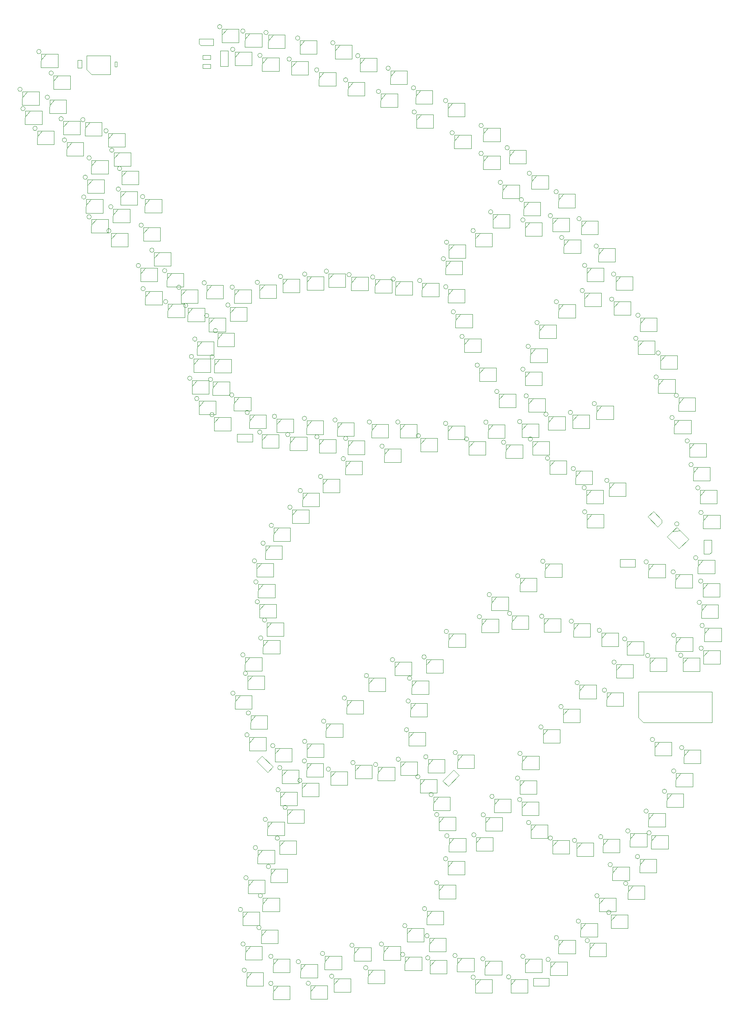
<source format=gbr>
%TF.GenerationSoftware,KiCad,Pcbnew,(6.99.0-3809-g2741d0eb4b)*%
%TF.CreationDate,2022-10-25T09:35:27-04:00*%
%TF.ProjectId,PortWing,506f7274-5769-46e6-972e-6b696361645f,rev?*%
%TF.SameCoordinates,Original*%
%TF.FileFunction,AssemblyDrawing,Top*%
%FSLAX46Y46*%
G04 Gerber Fmt 4.6, Leading zero omitted, Abs format (unit mm)*
G04 Created by KiCad (PCBNEW (6.99.0-3809-g2741d0eb4b)) date 2022-10-25 09:35:27*
%MOMM*%
%LPD*%
G01*
G04 APERTURE LIST*
%ADD10C,0.100000*%
G04 APERTURE END LIST*
D10*
%TO.C,D213*%
X54645401Y-40707279D02*
X51145401Y-40707279D01*
X54645401Y-37907279D02*
X54645401Y-40707279D01*
X52145401Y-37957279D02*
X51195401Y-39057279D01*
X51195401Y-39057279D02*
X51195401Y-37907279D01*
X51195401Y-37907279D02*
X54645401Y-37907279D01*
X51145401Y-40707279D02*
X51195401Y-37957279D01*
X51145401Y-37407279D02*
G75*
G03*
X51145401Y-37407279I-450000J0D01*
G01*
%TO.C,D37*%
X131145401Y-179807279D02*
X127645401Y-179807279D01*
X131145401Y-177007279D02*
X131145401Y-179807279D01*
X128645401Y-177057279D02*
X127695401Y-178157279D01*
X127695401Y-178157279D02*
X127695401Y-177007279D01*
X127695401Y-177007279D02*
X131145401Y-177007279D01*
X127645401Y-179807279D02*
X127695401Y-177057279D01*
X127645401Y-176507279D02*
G75*
G03*
X127645401Y-176507279I-450000J0D01*
G01*
%TO.C,D94*%
X102445401Y-121607279D02*
X98945401Y-121607279D01*
X102445401Y-118807279D02*
X102445401Y-121607279D01*
X99945401Y-118857279D02*
X98995401Y-119957279D01*
X98995401Y-119957279D02*
X98995401Y-118807279D01*
X98995401Y-118807279D02*
X102445401Y-118807279D01*
X98945401Y-121607279D02*
X98995401Y-118857279D01*
X98945401Y-118307279D02*
G75*
G03*
X98945401Y-118307279I-450000J0D01*
G01*
%TO.C,D241*%
X87004294Y-68180886D02*
X83504294Y-68180886D01*
X87004294Y-65380886D02*
X87004294Y-68180886D01*
X84504294Y-65430886D02*
X83554294Y-66530886D01*
X83554294Y-66530886D02*
X83554294Y-65380886D01*
X83554294Y-65380886D02*
X87004294Y-65380886D01*
X83504294Y-68180886D02*
X83554294Y-65430886D01*
X83504294Y-64880886D02*
G75*
G03*
X83504294Y-64880886I-450000J0D01*
G01*
%TO.C,D199*%
X42354294Y-16130886D02*
X38854294Y-16130886D01*
X42354294Y-13330886D02*
X42354294Y-16130886D01*
X39854294Y-13380886D02*
X38904294Y-14480886D01*
X38904294Y-14480886D02*
X38904294Y-13330886D01*
X38904294Y-13330886D02*
X42354294Y-13330886D01*
X38854294Y-16130886D02*
X38904294Y-13380886D01*
X38854294Y-12830886D02*
G75*
G03*
X38854294Y-12830886I-450000J0D01*
G01*
%TO.C,D102*%
X74104294Y-135580886D02*
X70604294Y-135580886D01*
X74104294Y-132780886D02*
X74104294Y-135580886D01*
X71604294Y-132830886D02*
X70654294Y-133930886D01*
X70654294Y-133930886D02*
X70654294Y-132780886D01*
X70654294Y-132780886D02*
X74104294Y-132780886D01*
X70604294Y-135580886D02*
X70654294Y-132830886D01*
X70604294Y-132280886D02*
G75*
G03*
X70604294Y-132280886I-450000J0D01*
G01*
%TO.C,D78*%
X106904294Y-145680886D02*
X103404294Y-145680886D01*
X106904294Y-142880886D02*
X106904294Y-145680886D01*
X104404294Y-142930886D02*
X103454294Y-144030886D01*
X103454294Y-144030886D02*
X103454294Y-142880886D01*
X103454294Y-142880886D02*
X106904294Y-142880886D01*
X103404294Y-145680886D02*
X103454294Y-142930886D01*
X103404294Y-142380886D02*
G75*
G03*
X103404294Y-142380886I-450000J0D01*
G01*
%TO.C,D216*%
X56045401Y-44480886D02*
X52545401Y-44480886D01*
X56045401Y-41680886D02*
X56045401Y-44480886D01*
X53545401Y-41730886D02*
X52595401Y-42830886D01*
X52595401Y-42830886D02*
X52595401Y-41680886D01*
X52595401Y-41680886D02*
X56045401Y-41680886D01*
X52545401Y-44480886D02*
X52595401Y-41730886D01*
X52545401Y-41180886D02*
G75*
G03*
X52545401Y-41180886I-450000J0D01*
G01*
%TO.C,D30*%
X144004294Y-160180886D02*
X140504294Y-160180886D01*
X144004294Y-157380886D02*
X144004294Y-160180886D01*
X141504294Y-157430886D02*
X140554294Y-158530886D01*
X140554294Y-158530886D02*
X140554294Y-157380886D01*
X140554294Y-157380886D02*
X144004294Y-157380886D01*
X140504294Y-160180886D02*
X140554294Y-157430886D01*
X140504294Y-156880886D02*
G75*
G03*
X140504294Y-156880886I-450000J0D01*
G01*
%TO.C,D82*%
X108054294Y-163930886D02*
X104554294Y-163930886D01*
X108054294Y-161130886D02*
X108054294Y-163930886D01*
X105554294Y-161180886D02*
X104604294Y-162280886D01*
X104604294Y-162280886D02*
X104604294Y-161130886D01*
X104604294Y-161130886D02*
X108054294Y-161130886D01*
X104554294Y-163930886D02*
X104604294Y-161180886D01*
X104554294Y-160630886D02*
G75*
G03*
X104554294Y-160630886I-450000J0D01*
G01*
%TO.C,D153*%
X159945401Y-72507279D02*
X156445401Y-72507279D01*
X159945401Y-69707279D02*
X159945401Y-72507279D01*
X157445401Y-69757279D02*
X156495401Y-70857279D01*
X156495401Y-70857279D02*
X156495401Y-69707279D01*
X156495401Y-69707279D02*
X159945401Y-69707279D01*
X156445401Y-72507279D02*
X156495401Y-69757279D01*
X156445401Y-69207279D02*
G75*
G03*
X156445401Y-69207279I-450000J0D01*
G01*
%TO.C,D12*%
X137154294Y-122530886D02*
X133654294Y-122530886D01*
X137154294Y-119730886D02*
X137154294Y-122530886D01*
X134654294Y-119780886D02*
X133704294Y-120880886D01*
X133704294Y-120880886D02*
X133704294Y-119730886D01*
X133704294Y-119730886D02*
X137154294Y-119730886D01*
X133654294Y-122530886D02*
X133704294Y-119780886D01*
X133654294Y-119230886D02*
G75*
G03*
X133654294Y-119230886I-450000J0D01*
G01*
%TO.C,D47*%
X96604294Y-176630886D02*
X93104294Y-176630886D01*
X96604294Y-173830886D02*
X96604294Y-176630886D01*
X94104294Y-173880886D02*
X93154294Y-174980886D01*
X93154294Y-174980886D02*
X93154294Y-173830886D01*
X93154294Y-173830886D02*
X96604294Y-173830886D01*
X93104294Y-176630886D02*
X93154294Y-173880886D01*
X93104294Y-173330886D02*
G75*
G03*
X93104294Y-173330886I-450000J0D01*
G01*
%TO.C,D45*%
X101454294Y-172830886D02*
X97954294Y-172830886D01*
X101454294Y-170030886D02*
X101454294Y-172830886D01*
X98954294Y-170080886D02*
X98004294Y-171180886D01*
X98004294Y-171180886D02*
X98004294Y-170030886D01*
X98004294Y-170030886D02*
X101454294Y-170030886D01*
X97954294Y-172830886D02*
X98004294Y-170080886D01*
X97954294Y-169530886D02*
G75*
G03*
X97954294Y-169530886I-450000J0D01*
G01*
%TO.C,D233*%
X111504294Y-45780886D02*
X108004294Y-45780886D01*
X111504294Y-42980886D02*
X111504294Y-45780886D01*
X109004294Y-43030886D02*
X108054294Y-44130886D01*
X108054294Y-44130886D02*
X108054294Y-42980886D01*
X108054294Y-42980886D02*
X111504294Y-42980886D01*
X108004294Y-45780886D02*
X108054294Y-43030886D01*
X108004294Y-42480886D02*
G75*
G03*
X108004294Y-42480886I-450000J0D01*
G01*
%TO.C,D253*%
X61545401Y-55107279D02*
X58045401Y-55107279D01*
X61545401Y-52307279D02*
X61545401Y-55107279D01*
X59045401Y-52357279D02*
X58095401Y-53457279D01*
X58095401Y-53457279D02*
X58095401Y-52307279D01*
X58095401Y-52307279D02*
X61545401Y-52307279D01*
X58045401Y-55107279D02*
X58095401Y-52357279D01*
X58045401Y-51807279D02*
G75*
G03*
X58045401Y-51807279I-450000J0D01*
G01*
%TO.C,D107*%
X67904294Y-116780886D02*
X64404294Y-116780886D01*
X67904294Y-113980886D02*
X67904294Y-116780886D01*
X65404294Y-114030886D02*
X64454294Y-115130886D01*
X64454294Y-115130886D02*
X64454294Y-113980886D01*
X64454294Y-113980886D02*
X67904294Y-113980886D01*
X64404294Y-116780886D02*
X64454294Y-114030886D01*
X64404294Y-113480886D02*
G75*
G03*
X64404294Y-113480886I-450000J0D01*
G01*
%TO.C,D152*%
X156804294Y-67680886D02*
X153304294Y-67680886D01*
X156804294Y-64880886D02*
X156804294Y-67680886D01*
X154304294Y-64930886D02*
X153354294Y-66030886D01*
X153354294Y-66030886D02*
X153354294Y-64880886D01*
X153354294Y-64880886D02*
X156804294Y-64880886D01*
X153304294Y-67680886D02*
X153354294Y-64930886D01*
X153304294Y-64380886D02*
G75*
G03*
X153304294Y-64380886I-450000J0D01*
G01*
%TO.C,D196*%
X30954294Y-10230886D02*
X27454294Y-10230886D01*
X30954294Y-7430886D02*
X30954294Y-10230886D01*
X28454294Y-7480886D02*
X27504294Y-8580886D01*
X27504294Y-8580886D02*
X27504294Y-7430886D01*
X27504294Y-7430886D02*
X30954294Y-7430886D01*
X27454294Y-10230886D02*
X27504294Y-7480886D01*
X27454294Y-6930886D02*
G75*
G03*
X27454294Y-6930886I-450000J0D01*
G01*
%TO.C,D159*%
X141104294Y-32180886D02*
X137604294Y-32180886D01*
X141104294Y-29380886D02*
X141104294Y-32180886D01*
X138604294Y-29430886D02*
X137654294Y-30530886D01*
X137654294Y-30530886D02*
X137654294Y-29380886D01*
X137654294Y-29380886D02*
X141104294Y-29380886D01*
X137604294Y-32180886D02*
X137654294Y-29430886D01*
X137604294Y-28880886D02*
G75*
G03*
X137604294Y-28880886I-450000J0D01*
G01*
%TO.C,D85*%
X117704294Y-149880886D02*
X114204294Y-149880886D01*
X117704294Y-147080886D02*
X117704294Y-149880886D01*
X115204294Y-147130886D02*
X114254294Y-148230886D01*
X114254294Y-148230886D02*
X114254294Y-147080886D01*
X114254294Y-147080886D02*
X117704294Y-147080886D01*
X114204294Y-149880886D02*
X114254294Y-147130886D01*
X114204294Y-146580886D02*
G75*
G03*
X114204294Y-146580886I-450000J0D01*
G01*
%TO.C,D53*%
X79404294Y-180280886D02*
X75904294Y-180280886D01*
X79404294Y-177480886D02*
X79404294Y-180280886D01*
X76904294Y-177530886D02*
X75954294Y-178630886D01*
X75954294Y-178630886D02*
X75954294Y-177480886D01*
X75954294Y-177480886D02*
X79404294Y-177480886D01*
X75904294Y-180280886D02*
X75954294Y-177530886D01*
X75904294Y-176980886D02*
G75*
G03*
X75904294Y-176980886I-450000J0D01*
G01*
%TO.C,D20*%
X136604294Y-155180886D02*
X133104294Y-155180886D01*
X136604294Y-152380886D02*
X136604294Y-155180886D01*
X134104294Y-152430886D02*
X133154294Y-153530886D01*
X133154294Y-153530886D02*
X133154294Y-152380886D01*
X133154294Y-152380886D02*
X136604294Y-152380886D01*
X133104294Y-155180886D02*
X133154294Y-152430886D01*
X133104294Y-151880886D02*
G75*
G03*
X133104294Y-151880886I-450000J0D01*
G01*
%TO.C,D206*%
X36054294Y-26130886D02*
X32554294Y-26130886D01*
X36054294Y-23330886D02*
X36054294Y-26130886D01*
X33554294Y-23380886D02*
X32604294Y-24480886D01*
X32604294Y-24480886D02*
X32604294Y-23330886D01*
X32604294Y-23330886D02*
X36054294Y-23330886D01*
X32554294Y-26130886D02*
X32604294Y-23380886D01*
X32554294Y-22830886D02*
G75*
G03*
X32554294Y-22830886I-450000J0D01*
G01*
%TO.C,D251*%
X56904294Y-59530886D02*
X53404294Y-59530886D01*
X56904294Y-56730886D02*
X56904294Y-59530886D01*
X54404294Y-56780886D02*
X53454294Y-57880886D01*
X53454294Y-57880886D02*
X53454294Y-56730886D01*
X53454294Y-56730886D02*
X56904294Y-56730886D01*
X53404294Y-59530886D02*
X53454294Y-56780886D01*
X53404294Y-56230886D02*
G75*
G03*
X53404294Y-56230886I-450000J0D01*
G01*
%TO.C,D170*%
X117254294Y-7230886D02*
X113754294Y-7230886D01*
X117254294Y-4430886D02*
X117254294Y-7230886D01*
X114754294Y-4480886D02*
X113804294Y-5580886D01*
X113804294Y-5580886D02*
X113804294Y-4430886D01*
X113804294Y-4430886D02*
X117254294Y-4430886D01*
X113754294Y-7230886D02*
X113804294Y-4480886D01*
X113754294Y-3930886D02*
G75*
G03*
X113754294Y-3930886I-450000J0D01*
G01*
%TO.C,D165*%
X132804294Y-20930886D02*
X129304294Y-20930886D01*
X132804294Y-18130886D02*
X132804294Y-20930886D01*
X130304294Y-18180886D02*
X129354294Y-19280886D01*
X129354294Y-19280886D02*
X129354294Y-18130886D01*
X129354294Y-18130886D02*
X132804294Y-18130886D01*
X129304294Y-20930886D02*
X129354294Y-18180886D01*
X129304294Y-17630886D02*
G75*
G03*
X129304294Y-17630886I-450000J0D01*
G01*
%TO.C,D116*%
X79804294Y-82780886D02*
X76304294Y-82780886D01*
X79804294Y-79980886D02*
X79804294Y-82780886D01*
X77304294Y-80030886D02*
X76354294Y-81130886D01*
X76354294Y-81130886D02*
X76354294Y-79980886D01*
X76354294Y-79980886D02*
X79804294Y-79980886D01*
X76304294Y-82780886D02*
X76354294Y-80030886D01*
X76304294Y-79480886D02*
G75*
G03*
X76304294Y-79480886I-450000J0D01*
G01*
%TO.C,D119*%
X109904294Y-68880886D02*
X106404294Y-68880886D01*
X109904294Y-66080886D02*
X109904294Y-68880886D01*
X107404294Y-66130886D02*
X106454294Y-67230886D01*
X106454294Y-67230886D02*
X106454294Y-66080886D01*
X106454294Y-66080886D02*
X109904294Y-66080886D01*
X106404294Y-68880886D02*
X106454294Y-66130886D01*
X106404294Y-65580886D02*
G75*
G03*
X106404294Y-65580886I-450000J0D01*
G01*
%TO.C,D62*%
X73204294Y-160580886D02*
X69704294Y-160580886D01*
X73204294Y-157780886D02*
X73204294Y-160580886D01*
X70704294Y-157830886D02*
X69754294Y-158930886D01*
X69754294Y-158930886D02*
X69754294Y-157780886D01*
X69754294Y-157780886D02*
X73204294Y-157780886D01*
X69704294Y-160580886D02*
X69754294Y-157830886D01*
X69704294Y-157280886D02*
G75*
G03*
X69704294Y-157280886I-450000J0D01*
G01*
%TO.C,D249*%
X61504294Y-67080886D02*
X58004294Y-67080886D01*
X61504294Y-64280886D02*
X61504294Y-67080886D01*
X59004294Y-64330886D02*
X58054294Y-65430886D01*
X58054294Y-65430886D02*
X58054294Y-64280886D01*
X58054294Y-64280886D02*
X61504294Y-64280886D01*
X58004294Y-67080886D02*
X58054294Y-64330886D01*
X58004294Y-63780886D02*
G75*
G03*
X58004294Y-63780886I-450000J0D01*
G01*
%TO.C,D86*%
X119504294Y-146080886D02*
X116004294Y-146080886D01*
X119504294Y-143280886D02*
X119504294Y-146080886D01*
X117004294Y-143330886D02*
X116054294Y-144430886D01*
X116054294Y-144430886D02*
X116054294Y-143280886D01*
X116054294Y-143280886D02*
X119504294Y-143280886D01*
X116004294Y-146080886D02*
X116054294Y-143330886D01*
X116004294Y-142780886D02*
G75*
G03*
X116004294Y-142780886I-450000J0D01*
G01*
%TO.C,D44*%
X106045401Y-174907279D02*
X102545401Y-174907279D01*
X106045401Y-172107279D02*
X106045401Y-174907279D01*
X103545401Y-172157279D02*
X102595401Y-173257279D01*
X102595401Y-173257279D02*
X102595401Y-172107279D01*
X102595401Y-172107279D02*
X106045401Y-172107279D01*
X102545401Y-174907279D02*
X102595401Y-172157279D01*
X102545401Y-171607279D02*
G75*
G03*
X102545401Y-171607279I-450000J0D01*
G01*
%TO.C,D14*%
X129645401Y-131707279D02*
X126145401Y-131707279D01*
X129645401Y-128907279D02*
X129645401Y-131707279D01*
X127145401Y-128957279D02*
X126195401Y-130057279D01*
X126195401Y-130057279D02*
X126195401Y-128907279D01*
X126195401Y-128907279D02*
X129645401Y-128907279D01*
X126145401Y-131707279D02*
X126195401Y-128957279D01*
X126145401Y-128407279D02*
G75*
G03*
X126145401Y-128407279I-450000J0D01*
G01*
%TO.C,D76*%
X105804294Y-137880886D02*
X102304294Y-137880886D01*
X105804294Y-135080886D02*
X105804294Y-137880886D01*
X103304294Y-135130886D02*
X102354294Y-136230886D01*
X102354294Y-136230886D02*
X102354294Y-135080886D01*
X102354294Y-135080886D02*
X105804294Y-135080886D01*
X102304294Y-137880886D02*
X102354294Y-135130886D01*
X102304294Y-134580886D02*
G75*
G03*
X102304294Y-134580886I-450000J0D01*
G01*
%TO.C,D68*%
X79704294Y-142780886D02*
X76204294Y-142780886D01*
X79704294Y-139980886D02*
X79704294Y-142780886D01*
X77204294Y-140030886D02*
X76254294Y-141130886D01*
X76254294Y-141130886D02*
X76254294Y-139980886D01*
X76254294Y-139980886D02*
X79704294Y-139980886D01*
X76204294Y-142780886D02*
X76254294Y-140030886D01*
X76204294Y-139480886D02*
G75*
G03*
X76204294Y-139480886I-450000J0D01*
G01*
%TO.C,D66*%
X76654294Y-148330886D02*
X73154294Y-148330886D01*
X76654294Y-145530886D02*
X76654294Y-148330886D01*
X74154294Y-145580886D02*
X73204294Y-146680886D01*
X73204294Y-146680886D02*
X73204294Y-145530886D01*
X73204294Y-145530886D02*
X76654294Y-145530886D01*
X73154294Y-148330886D02*
X73204294Y-145580886D01*
X73154294Y-145030886D02*
G75*
G03*
X73154294Y-145030886I-450000J0D01*
G01*
%TO.C,D163*%
X125904294Y-26780886D02*
X122404294Y-26780886D01*
X125904294Y-23980886D02*
X125904294Y-26780886D01*
X123404294Y-24030886D02*
X122454294Y-25130886D01*
X122454294Y-25130886D02*
X122454294Y-23980886D01*
X122454294Y-23980886D02*
X125904294Y-23980886D01*
X122404294Y-26780886D02*
X122454294Y-24030886D01*
X122404294Y-23480886D02*
G75*
G03*
X122404294Y-23480886I-450000J0D01*
G01*
%TO.C,D61*%
X68545401Y-162907279D02*
X65045401Y-162907279D01*
X68545401Y-160107279D02*
X68545401Y-162907279D01*
X66045401Y-160157279D02*
X65095401Y-161257279D01*
X65095401Y-161257279D02*
X65095401Y-160107279D01*
X65095401Y-160107279D02*
X68545401Y-160107279D01*
X65045401Y-162907279D02*
X65095401Y-160157279D01*
X65045401Y-159607279D02*
G75*
G03*
X65045401Y-159607279I-450000J0D01*
G01*
%TO.C,D195*%
X34754294Y-6030886D02*
X31254294Y-6030886D01*
X34754294Y-3230886D02*
X34754294Y-6030886D01*
X32254294Y-3280886D02*
X31304294Y-4380886D01*
X31304294Y-4380886D02*
X31304294Y-3230886D01*
X31304294Y-3230886D02*
X34754294Y-3230886D01*
X31254294Y-6030886D02*
X31304294Y-3280886D01*
X31254294Y-2730886D02*
G75*
G03*
X31254294Y-2730886I-450000J0D01*
G01*
%TO.C,D115*%
X77654294Y-86230886D02*
X74154294Y-86230886D01*
X77654294Y-83430886D02*
X77654294Y-86230886D01*
X75154294Y-83480886D02*
X74204294Y-84580886D01*
X74204294Y-84580886D02*
X74204294Y-83430886D01*
X74204294Y-83430886D02*
X77654294Y-83430886D01*
X74154294Y-86230886D02*
X74204294Y-83480886D01*
X74154294Y-82930886D02*
G75*
G03*
X74154294Y-82930886I-450000J0D01*
G01*
%TO.C,D96*%
X101804294Y-132280886D02*
X98304294Y-132280886D01*
X101804294Y-129480886D02*
X101804294Y-132280886D01*
X99304294Y-129530886D02*
X98354294Y-130630886D01*
X98354294Y-130630886D02*
X98354294Y-129480886D01*
X98354294Y-129480886D02*
X101804294Y-129480886D01*
X98304294Y-132280886D02*
X98354294Y-129530886D01*
X98304294Y-128980886D02*
G75*
G03*
X98304294Y-128980886I-450000J0D01*
G01*
%TO.C,C1*%
X60854294Y11519114D02*
X60854294Y8319114D01*
X59254294Y11519114D02*
X60854294Y11519114D01*
X60854294Y8319114D02*
X59254294Y8319114D01*
X59254294Y8319114D02*
X59254294Y11519114D01*
%TO.C,D227*%
X104545401Y-39307279D02*
X101045401Y-39307279D01*
X104545401Y-36507279D02*
X104545401Y-39307279D01*
X102045401Y-36557279D02*
X101095401Y-37657279D01*
X101095401Y-37657279D02*
X101095401Y-36507279D01*
X101095401Y-36507279D02*
X104545401Y-36507279D01*
X101045401Y-39307279D02*
X101095401Y-36557279D01*
X101045401Y-36007279D02*
G75*
G03*
X101045401Y-36007279I-450000J0D01*
G01*
%TO.C,D9*%
X147004294Y-113480886D02*
X143504294Y-113480886D01*
X147004294Y-110680886D02*
X147004294Y-113480886D01*
X144504294Y-110730886D02*
X143554294Y-111830886D01*
X143554294Y-111830886D02*
X143554294Y-110680886D01*
X143554294Y-110680886D02*
X147004294Y-110680886D01*
X143504294Y-113480886D02*
X143554294Y-110730886D01*
X143504294Y-110180886D02*
G75*
G03*
X143504294Y-110180886I-450000J0D01*
G01*
%TO.C,D124*%
X127445401Y-72107279D02*
X123945401Y-72107279D01*
X127445401Y-69307279D02*
X127445401Y-72107279D01*
X124945401Y-69357279D02*
X123995401Y-70457279D01*
X123995401Y-70457279D02*
X123995401Y-69307279D01*
X123995401Y-69307279D02*
X127445401Y-69307279D01*
X123945401Y-72107279D02*
X123995401Y-69357279D01*
X123945401Y-68807279D02*
G75*
G03*
X123945401Y-68807279I-450000J0D01*
G01*
%TO.C,D70*%
X80654294Y-138730886D02*
X77154294Y-138730886D01*
X80654294Y-135930886D02*
X80654294Y-138730886D01*
X78154294Y-135980886D02*
X77204294Y-137080886D01*
X77204294Y-137080886D02*
X77204294Y-135930886D01*
X77204294Y-135930886D02*
X80654294Y-135930886D01*
X77154294Y-138730886D02*
X77204294Y-135980886D01*
X77154294Y-135430886D02*
G75*
G03*
X77154294Y-135430886I-450000J0D01*
G01*
%TO.C,D198*%
X40754294Y-12330886D02*
X37254294Y-12330886D01*
X40754294Y-9530886D02*
X40754294Y-12330886D01*
X38254294Y-9580886D02*
X37304294Y-10680886D01*
X37304294Y-10680886D02*
X37304294Y-9530886D01*
X37304294Y-9530886D02*
X40754294Y-9530886D01*
X37254294Y-12330886D02*
X37304294Y-9580886D01*
X37254294Y-9030886D02*
G75*
G03*
X37254294Y-9030886I-450000J0D01*
G01*
%TO.C,D226*%
X99045401Y-39007279D02*
X95545401Y-39007279D01*
X99045401Y-36207279D02*
X99045401Y-39007279D01*
X96545401Y-36257279D02*
X95595401Y-37357279D01*
X95595401Y-37357279D02*
X95595401Y-36207279D01*
X95595401Y-36207279D02*
X99045401Y-36207279D01*
X95545401Y-39007279D02*
X95595401Y-36257279D01*
X95545401Y-35707279D02*
G75*
G03*
X95545401Y-35707279I-450000J0D01*
G01*
%TO.C,D92*%
X110054294Y-111930886D02*
X106554294Y-111930886D01*
X110054294Y-109130886D02*
X110054294Y-111930886D01*
X107554294Y-109180886D02*
X106604294Y-110280886D01*
X106604294Y-110280886D02*
X106604294Y-109130886D01*
X106604294Y-109130886D02*
X110054294Y-109130886D01*
X106554294Y-111930886D02*
X106604294Y-109180886D01*
X106554294Y-108630886D02*
G75*
G03*
X106554294Y-108630886I-450000J0D01*
G01*
%TO.C,D125*%
X131004294Y-76080886D02*
X127504294Y-76080886D01*
X131004294Y-73280886D02*
X131004294Y-76080886D01*
X128504294Y-73330886D02*
X127554294Y-74430886D01*
X127554294Y-74430886D02*
X127554294Y-73280886D01*
X127554294Y-73280886D02*
X131004294Y-73280886D01*
X127504294Y-76080886D02*
X127554294Y-73330886D01*
X127504294Y-72780886D02*
G75*
G03*
X127504294Y-72780886I-450000J0D01*
G01*
%TO.C,D230*%
X115604294Y-28980886D02*
X112104294Y-28980886D01*
X115604294Y-26180886D02*
X115604294Y-28980886D01*
X113104294Y-26230886D02*
X112154294Y-27330886D01*
X112154294Y-27330886D02*
X112154294Y-26180886D01*
X112154294Y-26180886D02*
X115604294Y-26180886D01*
X112104294Y-28980886D02*
X112154294Y-26230886D01*
X112104294Y-25680886D02*
G75*
G03*
X112104294Y-25680886I-450000J0D01*
G01*
%TO.C,D120*%
X114245401Y-72107279D02*
X110745401Y-72107279D01*
X114245401Y-69307279D02*
X114245401Y-72107279D01*
X111745401Y-69357279D02*
X110795401Y-70457279D01*
X110795401Y-70457279D02*
X110795401Y-69307279D01*
X110795401Y-69307279D02*
X114245401Y-69307279D01*
X110745401Y-72107279D02*
X110795401Y-69357279D01*
X110745401Y-68807279D02*
G75*
G03*
X110745401Y-68807279I-450000J0D01*
G01*
%TO.C,D100*%
X84645401Y-130507279D02*
X81145401Y-130507279D01*
X84645401Y-127707279D02*
X84645401Y-130507279D01*
X82145401Y-127757279D02*
X81195401Y-128857279D01*
X81195401Y-128857279D02*
X81195401Y-127707279D01*
X81195401Y-127707279D02*
X84645401Y-127707279D01*
X81145401Y-130507279D02*
X81195401Y-127757279D01*
X81145401Y-127207279D02*
G75*
G03*
X81145401Y-127207279I-450000J0D01*
G01*
%TO.C,D74*%
X100104294Y-138380886D02*
X96604294Y-138380886D01*
X100104294Y-135580886D02*
X100104294Y-138380886D01*
X97604294Y-135630886D02*
X96654294Y-136730886D01*
X96654294Y-136730886D02*
X96654294Y-135580886D01*
X96654294Y-135580886D02*
X100104294Y-135580886D01*
X96604294Y-138380886D02*
X96654294Y-135630886D01*
X96604294Y-135080886D02*
G75*
G03*
X96604294Y-135080886I-450000J0D01*
G01*
%TO.C,D3*%
X162445401Y-105907279D02*
X158945401Y-105907279D01*
X162445401Y-103107279D02*
X162445401Y-105907279D01*
X159945401Y-103157279D02*
X158995401Y-104257279D01*
X158995401Y-104257279D02*
X158995401Y-103107279D01*
X158995401Y-103107279D02*
X162445401Y-103107279D01*
X158945401Y-105907279D02*
X158995401Y-103157279D01*
X158945401Y-102607279D02*
G75*
G03*
X158945401Y-102607279I-450000J0D01*
G01*
%TO.C,D228*%
X109445401Y-34807279D02*
X105945401Y-34807279D01*
X109445401Y-32007279D02*
X109445401Y-34807279D01*
X106945401Y-32057279D02*
X105995401Y-33157279D01*
X105995401Y-33157279D02*
X105995401Y-32007279D01*
X105995401Y-32007279D02*
X109445401Y-32007279D01*
X105945401Y-34807279D02*
X105995401Y-32057279D01*
X105945401Y-31507279D02*
G75*
G03*
X105945401Y-31507279I-450000J0D01*
G01*
%TO.C,U4*%
X150762442Y-85557663D02*
X150762442Y-86123348D01*
X148994675Y-83789896D02*
X150762442Y-85557663D01*
X150762442Y-86123348D02*
X149913913Y-86971876D01*
X149913913Y-86971876D02*
X147863304Y-84921267D01*
X147863304Y-84921267D02*
X148994675Y-83789896D01*
%TO.C,D72*%
X90704294Y-139080886D02*
X87204294Y-139080886D01*
X90704294Y-136280886D02*
X90704294Y-139080886D01*
X88204294Y-136330886D02*
X87254294Y-137430886D01*
X87254294Y-137430886D02*
X87254294Y-136280886D01*
X87254294Y-136280886D02*
X90704294Y-136280886D01*
X87204294Y-139080886D02*
X87254294Y-136330886D01*
X87204294Y-135780886D02*
G75*
G03*
X87204294Y-135780886I-450000J0D01*
G01*
%TO.C,D98*%
X93504294Y-121080886D02*
X90004294Y-121080886D01*
X93504294Y-118280886D02*
X93504294Y-121080886D01*
X91004294Y-118330886D02*
X90054294Y-119430886D01*
X90054294Y-119430886D02*
X90054294Y-118280886D01*
X90054294Y-118280886D02*
X93504294Y-118280886D01*
X90004294Y-121080886D02*
X90054294Y-118330886D01*
X90004294Y-117780886D02*
G75*
G03*
X90004294Y-117780886I-450000J0D01*
G01*
%TO.C,D190*%
X27404294Y-1380886D02*
X23904294Y-1380886D01*
X27404294Y1419114D02*
X27404294Y-1380886D01*
X24904294Y1369114D02*
X23954294Y269114D01*
X23954294Y269114D02*
X23954294Y1419114D01*
X23954294Y1419114D02*
X27404294Y1419114D01*
X23904294Y-1380886D02*
X23954294Y1369114D01*
X23904294Y1919114D02*
G75*
G03*
X23904294Y1919114I-450000J0D01*
G01*
%TO.C,D193*%
X24854294Y-7830886D02*
X21354294Y-7830886D01*
X24854294Y-5030886D02*
X24854294Y-7830886D01*
X22354294Y-5080886D02*
X21404294Y-6180886D01*
X21404294Y-6180886D02*
X21404294Y-5030886D01*
X21404294Y-5030886D02*
X24854294Y-5030886D01*
X21354294Y-7830886D02*
X21404294Y-5080886D01*
X21354294Y-4530886D02*
G75*
G03*
X21354294Y-4530886I-450000J0D01*
G01*
%TO.C,D54*%
X73704294Y-184780886D02*
X70204294Y-184780886D01*
X73704294Y-181980886D02*
X73704294Y-184780886D01*
X71204294Y-182030886D02*
X70254294Y-183130886D01*
X70254294Y-183130886D02*
X70254294Y-181980886D01*
X70254294Y-181980886D02*
X73704294Y-181980886D01*
X70204294Y-184780886D02*
X70254294Y-182030886D01*
X70204294Y-181480886D02*
G75*
G03*
X70204294Y-181480886I-450000J0D01*
G01*
%TO.C,D22*%
X147645401Y-153207279D02*
X144145401Y-153207279D01*
X147645401Y-150407279D02*
X147645401Y-153207279D01*
X145145401Y-150457279D02*
X144195401Y-151557279D01*
X144195401Y-151557279D02*
X144195401Y-150407279D01*
X144195401Y-150407279D02*
X147645401Y-150407279D01*
X144145401Y-153207279D02*
X144195401Y-150457279D01*
X144145401Y-149907279D02*
G75*
G03*
X144145401Y-149907279I-450000J0D01*
G01*
%TO.C,D154*%
X160745401Y-77407279D02*
X157245401Y-77407279D01*
X160745401Y-74607279D02*
X160745401Y-77407279D01*
X158245401Y-74657279D02*
X157295401Y-75757279D01*
X157295401Y-75757279D02*
X157295401Y-74607279D01*
X157295401Y-74607279D02*
X160745401Y-74607279D01*
X157245401Y-77407279D02*
X157295401Y-74657279D01*
X157245401Y-74107279D02*
G75*
G03*
X157245401Y-74107279I-450000J0D01*
G01*
%TO.C,D239*%
X88704294Y-76180886D02*
X85204294Y-76180886D01*
X88704294Y-73380886D02*
X88704294Y-76180886D01*
X86204294Y-73430886D02*
X85254294Y-74530886D01*
X85254294Y-74530886D02*
X85254294Y-73380886D01*
X85254294Y-73380886D02*
X88704294Y-73380886D01*
X85204294Y-76180886D02*
X85254294Y-73430886D01*
X85204294Y-72880886D02*
G75*
G03*
X85204294Y-72880886I-450000J0D01*
G01*
%TO.C,D81*%
X109904294Y-158980886D02*
X106404294Y-158980886D01*
X109904294Y-156180886D02*
X109904294Y-158980886D01*
X107404294Y-156230886D02*
X106454294Y-157330886D01*
X106454294Y-157330886D02*
X106454294Y-156180886D01*
X106454294Y-156180886D02*
X109904294Y-156180886D01*
X106404294Y-158980886D02*
X106454294Y-156230886D01*
X106404294Y-155680886D02*
G75*
G03*
X106404294Y-155680886I-450000J0D01*
G01*
%TO.C,D242*%
X83245401Y-71654493D02*
X79745401Y-71654493D01*
X83245401Y-68854493D02*
X83245401Y-71654493D01*
X80745401Y-68904493D02*
X79795401Y-70004493D01*
X79795401Y-70004493D02*
X79795401Y-68854493D01*
X79795401Y-68854493D02*
X83245401Y-68854493D01*
X79745401Y-71654493D02*
X79795401Y-68904493D01*
X79745401Y-68354493D02*
G75*
G03*
X79745401Y-68354493I-450000J0D01*
G01*
%TO.C,D48*%
X90504294Y-176880886D02*
X87004294Y-176880886D01*
X90504294Y-174080886D02*
X90504294Y-176880886D01*
X88004294Y-174130886D02*
X87054294Y-175230886D01*
X87054294Y-175230886D02*
X87054294Y-174080886D01*
X87054294Y-174080886D02*
X90504294Y-174080886D01*
X87004294Y-176880886D02*
X87054294Y-174130886D01*
X87004294Y-173580886D02*
G75*
G03*
X87004294Y-173580886I-450000J0D01*
G01*
%TO.C,U1*%
X55229294Y12669114D02*
X54904294Y12994114D01*
X57804294Y12669114D02*
X55229294Y12669114D01*
X54904294Y12994114D02*
X54904294Y13969114D01*
X54904294Y13969114D02*
X57804294Y13969114D01*
X57804294Y13969114D02*
X57804294Y12669114D01*
%TO.C,D135*%
X138704294Y-87180886D02*
X135204294Y-87180886D01*
X138704294Y-84380886D02*
X138704294Y-87180886D01*
X136204294Y-84430886D02*
X135254294Y-85530886D01*
X135254294Y-85530886D02*
X135254294Y-84380886D01*
X135254294Y-84380886D02*
X138704294Y-84380886D01*
X135204294Y-87180886D02*
X135254294Y-84430886D01*
X135204294Y-83880886D02*
G75*
G03*
X135204294Y-83880886I-450000J0D01*
G01*
%TO.C,D79*%
X108054294Y-149830886D02*
X104554294Y-149830886D01*
X108054294Y-147030886D02*
X108054294Y-149830886D01*
X105554294Y-147080886D02*
X104604294Y-148180886D01*
X104604294Y-148180886D02*
X104604294Y-147030886D01*
X104604294Y-147030886D02*
X108054294Y-147030886D01*
X104554294Y-149830886D02*
X104604294Y-147080886D01*
X104554294Y-146530886D02*
G75*
G03*
X104554294Y-146530886I-450000J0D01*
G01*
%TO.C,D10*%
X144804294Y-118280886D02*
X141304294Y-118280886D01*
X144804294Y-115480886D02*
X144804294Y-118280886D01*
X142304294Y-115530886D02*
X141354294Y-116630886D01*
X141354294Y-116630886D02*
X141354294Y-115480886D01*
X141354294Y-115480886D02*
X144804294Y-115480886D01*
X141304294Y-118280886D02*
X141354294Y-115530886D01*
X141304294Y-114980886D02*
G75*
G03*
X141304294Y-114980886I-450000J0D01*
G01*
%TO.C,D128*%
X143304294Y-80680886D02*
X139804294Y-80680886D01*
X143304294Y-77880886D02*
X143304294Y-80680886D01*
X140804294Y-77930886D02*
X139854294Y-79030886D01*
X139854294Y-79030886D02*
X139854294Y-77880886D01*
X139854294Y-77880886D02*
X143304294Y-77880886D01*
X139804294Y-80680886D02*
X139854294Y-77930886D01*
X139804294Y-77380886D02*
G75*
G03*
X139804294Y-77380886I-450000J0D01*
G01*
%TO.C,D237*%
X96745401Y-73607279D02*
X93245401Y-73607279D01*
X96745401Y-70807279D02*
X96745401Y-73607279D01*
X94245401Y-70857279D02*
X93295401Y-71957279D01*
X93295401Y-71957279D02*
X93295401Y-70807279D01*
X93295401Y-70807279D02*
X96745401Y-70807279D01*
X93245401Y-73607279D02*
X93295401Y-70857279D01*
X93245401Y-70307279D02*
G75*
G03*
X93245401Y-70307279I-450000J0D01*
G01*
%TO.C,D21*%
X142045401Y-154407279D02*
X138545401Y-154407279D01*
X142045401Y-151607279D02*
X142045401Y-154407279D01*
X139545401Y-151657279D02*
X138595401Y-152757279D01*
X138595401Y-152757279D02*
X138595401Y-151607279D01*
X138595401Y-151607279D02*
X142045401Y-151607279D01*
X138545401Y-154407279D02*
X138595401Y-151657279D01*
X138545401Y-151107279D02*
G75*
G03*
X138545401Y-151107279I-450000J0D01*
G01*
%TO.C,D164*%
X125604294Y-22580886D02*
X122104294Y-22580886D01*
X125604294Y-19780886D02*
X125604294Y-22580886D01*
X123104294Y-19830886D02*
X122154294Y-20930886D01*
X122154294Y-20930886D02*
X122154294Y-19780886D01*
X122154294Y-19780886D02*
X125604294Y-19780886D01*
X122104294Y-22580886D02*
X122154294Y-19830886D01*
X122104294Y-19280886D02*
G75*
G03*
X122104294Y-19280886I-450000J0D01*
G01*
%TO.C,D246*%
X68804294Y-66607279D02*
X65304294Y-66607279D01*
X68804294Y-63807279D02*
X68804294Y-66607279D01*
X66304294Y-63857279D02*
X65354294Y-64957279D01*
X65354294Y-64957279D02*
X65354294Y-63807279D01*
X65354294Y-63807279D02*
X68804294Y-63807279D01*
X65304294Y-66607279D02*
X65354294Y-63857279D01*
X65304294Y-63307279D02*
G75*
G03*
X65304294Y-63307279I-450000J0D01*
G01*
%TO.C,D185*%
X67904294Y12319114D02*
X64404294Y12319114D01*
X67904294Y15119114D02*
X67904294Y12319114D01*
X65404294Y15069114D02*
X64454294Y13969114D01*
X64454294Y13969114D02*
X64454294Y15119114D01*
X64454294Y15119114D02*
X67904294Y15119114D01*
X64404294Y12319114D02*
X64454294Y15069114D01*
X64404294Y15619114D02*
G75*
G03*
X64404294Y15619114I-450000J0D01*
G01*
%TO.C,D197*%
X39554294Y-8330886D02*
X36054294Y-8330886D01*
X39554294Y-5530886D02*
X39554294Y-8330886D01*
X37054294Y-5580886D02*
X36104294Y-6680886D01*
X36104294Y-6680886D02*
X36104294Y-5530886D01*
X36104294Y-5530886D02*
X39554294Y-5530886D01*
X36054294Y-8330886D02*
X36104294Y-5580886D01*
X36054294Y-5030886D02*
G75*
G03*
X36054294Y-5030886I-450000J0D01*
G01*
%TO.C,D11*%
X142804294Y-124080886D02*
X139304294Y-124080886D01*
X142804294Y-121280886D02*
X142804294Y-124080886D01*
X140304294Y-121330886D02*
X139354294Y-122430886D01*
X139354294Y-122430886D02*
X139354294Y-121280886D01*
X139354294Y-121280886D02*
X142804294Y-121280886D01*
X139304294Y-124080886D02*
X139354294Y-121330886D01*
X139304294Y-120780886D02*
G75*
G03*
X139304294Y-120780886I-450000J0D01*
G01*
%TO.C,D28*%
X152045401Y-153607279D02*
X148545401Y-153607279D01*
X152045401Y-150807279D02*
X152045401Y-153607279D01*
X149545401Y-150857279D02*
X148595401Y-151957279D01*
X148595401Y-151957279D02*
X148595401Y-150807279D01*
X148595401Y-150807279D02*
X152045401Y-150807279D01*
X148545401Y-153607279D02*
X148595401Y-150857279D01*
X148545401Y-150307279D02*
G75*
G03*
X148545401Y-150307279I-450000J0D01*
G01*
%TO.C,D220*%
X70904294Y-39680886D02*
X67404294Y-39680886D01*
X70904294Y-36880886D02*
X70904294Y-39680886D01*
X68404294Y-36930886D02*
X67454294Y-38030886D01*
X67454294Y-38030886D02*
X67454294Y-36880886D01*
X67454294Y-36880886D02*
X70904294Y-36880886D01*
X67404294Y-39680886D02*
X67454294Y-36930886D01*
X67404294Y-36380886D02*
G75*
G03*
X67404294Y-36380886I-450000J0D01*
G01*
%TO.C,D8*%
X151745401Y-116907279D02*
X148245401Y-116907279D01*
X151745401Y-114107279D02*
X151745401Y-116907279D01*
X149245401Y-114157279D02*
X148295401Y-115257279D01*
X148295401Y-115257279D02*
X148295401Y-114107279D01*
X148295401Y-114107279D02*
X151745401Y-114107279D01*
X148245401Y-116907279D02*
X148295401Y-114157279D01*
X148245401Y-113607279D02*
G75*
G03*
X148245401Y-113607279I-450000J0D01*
G01*
%TO.C,D2*%
X161704294Y-96680886D02*
X158204294Y-96680886D01*
X161704294Y-93880886D02*
X161704294Y-96680886D01*
X159204294Y-93930886D02*
X158254294Y-95030886D01*
X158254294Y-95030886D02*
X158254294Y-93880886D01*
X158254294Y-93880886D02*
X161704294Y-93880886D01*
X158204294Y-96680886D02*
X158254294Y-93930886D01*
X158204294Y-93380886D02*
G75*
G03*
X158204294Y-93380886I-450000J0D01*
G01*
%TO.C,D129*%
X154301781Y-91508272D02*
X151826908Y-89033399D01*
X156281680Y-89528373D02*
X154301781Y-91508272D01*
X154478558Y-87795962D02*
X153028989Y-87902028D01*
X153028989Y-87902028D02*
X153842162Y-87088855D01*
X153842162Y-87088855D02*
X156281680Y-89528373D01*
X151826908Y-89033399D02*
X153806807Y-87124210D01*
X154292162Y-86381748D02*
G75*
G03*
X154292162Y-86381748I-450000J0D01*
G01*
%TO.C,D158*%
X138704294Y-36180886D02*
X135204294Y-36180886D01*
X138704294Y-33380886D02*
X138704294Y-36180886D01*
X136204294Y-33430886D02*
X135254294Y-34530886D01*
X135254294Y-34530886D02*
X135254294Y-33380886D01*
X135254294Y-33380886D02*
X138704294Y-33380886D01*
X135204294Y-36180886D02*
X135254294Y-33430886D01*
X135204294Y-32880886D02*
G75*
G03*
X135204294Y-32880886I-450000J0D01*
G01*
%TO.C,D59*%
X67404294Y-169480886D02*
X63904294Y-169480886D01*
X67404294Y-166680886D02*
X67404294Y-169480886D01*
X64904294Y-166730886D02*
X63954294Y-167830886D01*
X63954294Y-167830886D02*
X63954294Y-166680886D01*
X63954294Y-166680886D02*
X67404294Y-166680886D01*
X63904294Y-169480886D02*
X63954294Y-166730886D01*
X63904294Y-166180886D02*
G75*
G03*
X63904294Y-166180886I-450000J0D01*
G01*
%TO.C,D248*%
X65604294Y-62980886D02*
X62104294Y-62980886D01*
X65604294Y-60180886D02*
X65604294Y-62980886D01*
X63104294Y-60230886D02*
X62154294Y-61330886D01*
X62154294Y-61330886D02*
X62154294Y-60180886D01*
X62154294Y-60180886D02*
X65604294Y-60180886D01*
X62104294Y-62980886D02*
X62154294Y-60230886D01*
X62104294Y-59680886D02*
G75*
G03*
X62104294Y-59680886I-450000J0D01*
G01*
%TO.C,D252*%
X61204294Y-59780886D02*
X57704294Y-59780886D01*
X61204294Y-56980886D02*
X61204294Y-59780886D01*
X58704294Y-57030886D02*
X57754294Y-58130886D01*
X57754294Y-58130886D02*
X57754294Y-56980886D01*
X57754294Y-56980886D02*
X61204294Y-56980886D01*
X57704294Y-59780886D02*
X57754294Y-57030886D01*
X57704294Y-56480886D02*
G75*
G03*
X57704294Y-56480886I-450000J0D01*
G01*
%TO.C,D167*%
X121245401Y-19007279D02*
X117745401Y-19007279D01*
X121245401Y-16207279D02*
X121245401Y-19007279D01*
X118745401Y-16257279D02*
X117795401Y-17357279D01*
X117795401Y-17357279D02*
X117795401Y-16207279D01*
X117795401Y-16207279D02*
X121245401Y-16207279D01*
X117745401Y-19007279D02*
X117795401Y-16257279D01*
X117745401Y-15707279D02*
G75*
G03*
X117745401Y-15707279I-450000J0D01*
G01*
%TO.C,D238*%
X94104294Y-68580886D02*
X90604294Y-68580886D01*
X94104294Y-65780886D02*
X94104294Y-68580886D01*
X91604294Y-65830886D02*
X90654294Y-66930886D01*
X90654294Y-66930886D02*
X90654294Y-65780886D01*
X90654294Y-65780886D02*
X94104294Y-65780886D01*
X90604294Y-68580886D02*
X90654294Y-65830886D01*
X90604294Y-65280886D02*
G75*
G03*
X90604294Y-65280886I-450000J0D01*
G01*
%TO.C,D4*%
X163045401Y-110707279D02*
X159545401Y-110707279D01*
X163045401Y-107907279D02*
X163045401Y-110707279D01*
X160545401Y-107957279D02*
X159595401Y-109057279D01*
X159595401Y-109057279D02*
X159595401Y-107907279D01*
X159595401Y-107907279D02*
X163045401Y-107907279D01*
X159545401Y-110707279D02*
X159595401Y-107957279D01*
X159545401Y-107407279D02*
G75*
G03*
X159545401Y-107407279I-450000J0D01*
G01*
%TO.C,D137*%
X135745401Y-66607279D02*
X132245401Y-66607279D01*
X135745401Y-63807279D02*
X135745401Y-66607279D01*
X133245401Y-63857279D02*
X132295401Y-64957279D01*
X132295401Y-64957279D02*
X132295401Y-63807279D01*
X132295401Y-63807279D02*
X135745401Y-63807279D01*
X132245401Y-66607279D02*
X132295401Y-63857279D01*
X132245401Y-63307279D02*
G75*
G03*
X132245401Y-63307279I-450000J0D01*
G01*
%TO.C,D139*%
X126604294Y-63180886D02*
X123104294Y-63180886D01*
X126604294Y-60380886D02*
X126604294Y-63180886D01*
X124104294Y-60430886D02*
X123154294Y-61530886D01*
X123154294Y-61530886D02*
X123154294Y-60380886D01*
X123154294Y-60380886D02*
X126604294Y-60380886D01*
X123104294Y-63180886D02*
X123154294Y-60430886D01*
X123104294Y-59880886D02*
G75*
G03*
X123104294Y-59880886I-450000J0D01*
G01*
%TO.C,D121*%
X118254294Y-68630886D02*
X114754294Y-68630886D01*
X118254294Y-65830886D02*
X118254294Y-68630886D01*
X115754294Y-65880886D02*
X114804294Y-66980886D01*
X114804294Y-66980886D02*
X114804294Y-65830886D01*
X114804294Y-65830886D02*
X118254294Y-65830886D01*
X114754294Y-68630886D02*
X114804294Y-65880886D01*
X114754294Y-65330886D02*
G75*
G03*
X114754294Y-65330886I-450000J0D01*
G01*
%TO.C,D31*%
X147204294Y-164080886D02*
X143704294Y-164080886D01*
X147204294Y-161280886D02*
X147204294Y-164080886D01*
X144704294Y-161330886D02*
X143754294Y-162430886D01*
X143754294Y-162430886D02*
X143754294Y-161280886D01*
X143754294Y-161280886D02*
X147204294Y-161280886D01*
X143704294Y-164080886D02*
X143754294Y-161330886D01*
X143704294Y-160780886D02*
G75*
G03*
X143704294Y-160780886I-450000J0D01*
G01*
%TO.C,D187*%
X63104294Y13219114D02*
X59604294Y13219114D01*
X63104294Y16019114D02*
X63104294Y13219114D01*
X60604294Y15969114D02*
X59654294Y14869114D01*
X59654294Y14869114D02*
X59654294Y16019114D01*
X59654294Y16019114D02*
X63104294Y16019114D01*
X59604294Y13219114D02*
X59654294Y15969114D01*
X59604294Y16519114D02*
G75*
G03*
X59604294Y16519114I-450000J0D01*
G01*
%TO.C,D182*%
X77504294Y6519114D02*
X74004294Y6519114D01*
X77504294Y9319114D02*
X77504294Y6519114D01*
X75004294Y9269114D02*
X74054294Y8169114D01*
X74054294Y8169114D02*
X74054294Y9319114D01*
X74054294Y9319114D02*
X77504294Y9319114D01*
X74004294Y6519114D02*
X74054294Y9269114D01*
X74004294Y9819114D02*
G75*
G03*
X74004294Y9819114I-450000J0D01*
G01*
%TO.C,D250*%
X58354294Y-63730886D02*
X54854294Y-63730886D01*
X58354294Y-60930886D02*
X58354294Y-63730886D01*
X55854294Y-60980886D02*
X54904294Y-62080886D01*
X54904294Y-62080886D02*
X54904294Y-60930886D01*
X54904294Y-60930886D02*
X58354294Y-60930886D01*
X54854294Y-63730886D02*
X54904294Y-60980886D01*
X54854294Y-60430886D02*
G75*
G03*
X54854294Y-60430886I-450000J0D01*
G01*
%TO.C,D123*%
X125245401Y-68507279D02*
X121745401Y-68507279D01*
X125245401Y-65707279D02*
X125245401Y-68507279D01*
X122745401Y-65757279D02*
X121795401Y-66857279D01*
X121795401Y-66857279D02*
X121795401Y-65707279D01*
X121795401Y-65707279D02*
X125245401Y-65707279D01*
X121745401Y-68507279D02*
X121795401Y-65757279D01*
X121745401Y-65207279D02*
G75*
G03*
X121745401Y-65207279I-450000J0D01*
G01*
%TO.C,D243*%
X80654294Y-67830886D02*
X77154294Y-67830886D01*
X80654294Y-65030886D02*
X80654294Y-67830886D01*
X78154294Y-65080886D02*
X77204294Y-66180886D01*
X77204294Y-66180886D02*
X77204294Y-65030886D01*
X77204294Y-65030886D02*
X80654294Y-65030886D01*
X77154294Y-67830886D02*
X77204294Y-65080886D01*
X77154294Y-64530886D02*
G75*
G03*
X77154294Y-64530886I-450000J0D01*
G01*
%TO.C,D247*%
X71404294Y-70680886D02*
X67904294Y-70680886D01*
X71404294Y-67880886D02*
X71404294Y-70680886D01*
X68904294Y-67930886D02*
X67954294Y-69030886D01*
X67954294Y-69030886D02*
X67954294Y-67880886D01*
X67954294Y-67880886D02*
X71404294Y-67880886D01*
X67904294Y-70680886D02*
X67954294Y-67930886D01*
X67904294Y-67380886D02*
G75*
G03*
X67904294Y-67380886I-450000J0D01*
G01*
%TO.C,D113*%
X72104294Y-93680886D02*
X68604294Y-93680886D01*
X72104294Y-90880886D02*
X72104294Y-93680886D01*
X69604294Y-90930886D02*
X68654294Y-92030886D01*
X68654294Y-92030886D02*
X68654294Y-90880886D01*
X68654294Y-90880886D02*
X72104294Y-90880886D01*
X68604294Y-93680886D02*
X68654294Y-90930886D01*
X68604294Y-90380886D02*
G75*
G03*
X68604294Y-90380886I-450000J0D01*
G01*
%TO.C,C3*%
X29754294Y8019114D02*
X29754294Y9619114D01*
X30554294Y8019114D02*
X29754294Y8019114D01*
X29754294Y9619114D02*
X30554294Y9619114D01*
X30554294Y9619114D02*
X30554294Y8019114D01*
%TO.C,D245*%
X74454294Y-67430886D02*
X70954294Y-67430886D01*
X74454294Y-64630886D02*
X74454294Y-67430886D01*
X71954294Y-64680886D02*
X71004294Y-65780886D01*
X71004294Y-65780886D02*
X71004294Y-64630886D01*
X71004294Y-64630886D02*
X74454294Y-64630886D01*
X70954294Y-67430886D02*
X71004294Y-64680886D01*
X70954294Y-64130886D02*
G75*
G03*
X70954294Y-64130886I-450000J0D01*
G01*
%TO.C,D26*%
X158804294Y-135980886D02*
X155304294Y-135980886D01*
X158804294Y-133180886D02*
X158804294Y-135980886D01*
X156304294Y-133230886D02*
X155354294Y-134330886D01*
X155354294Y-134330886D02*
X155354294Y-133180886D01*
X155354294Y-133180886D02*
X158804294Y-133180886D01*
X155304294Y-135980886D02*
X155354294Y-133230886D01*
X155304294Y-132680886D02*
G75*
G03*
X155304294Y-132680886I-450000J0D01*
G01*
%TO.C,D39*%
X122954294Y-183430886D02*
X119454294Y-183430886D01*
X122954294Y-180630886D02*
X122954294Y-183430886D01*
X120454294Y-180680886D02*
X119504294Y-181780886D01*
X119504294Y-181780886D02*
X119504294Y-180630886D01*
X119504294Y-180630886D02*
X122954294Y-180630886D01*
X119454294Y-183430886D02*
X119504294Y-180680886D01*
X119454294Y-180130886D02*
G75*
G03*
X119454294Y-180130886I-450000J0D01*
G01*
%TO.C,D105*%
X65845401Y-124707279D02*
X62345401Y-124707279D01*
X65845401Y-121907279D02*
X65845401Y-124707279D01*
X63345401Y-121957279D02*
X62395401Y-123057279D01*
X62395401Y-123057279D02*
X62395401Y-121907279D01*
X62395401Y-121907279D02*
X65845401Y-121907279D01*
X62345401Y-124707279D02*
X62395401Y-121957279D01*
X62345401Y-121407279D02*
G75*
G03*
X62345401Y-121407279I-450000J0D01*
G01*
%TO.C,C8*%
X124154294Y-180380886D02*
X127354294Y-180380886D01*
X124154294Y-181980886D02*
X124154294Y-180380886D01*
X127354294Y-180380886D02*
X127354294Y-181980886D01*
X127354294Y-181980886D02*
X124154294Y-181980886D01*
%TO.C,D209*%
X49054294Y-33030886D02*
X45554294Y-33030886D01*
X49054294Y-30230886D02*
X49054294Y-33030886D01*
X46554294Y-30280886D02*
X45604294Y-31380886D01*
X45604294Y-31380886D02*
X45604294Y-30230886D01*
X45604294Y-30230886D02*
X49054294Y-30230886D01*
X45554294Y-33030886D02*
X45604294Y-30280886D01*
X45554294Y-29730886D02*
G75*
G03*
X45554294Y-29730886I-450000J0D01*
G01*
%TO.C,D210*%
X46245401Y-36207279D02*
X42745401Y-36207279D01*
X46245401Y-33407279D02*
X46245401Y-36207279D01*
X43745401Y-33457279D02*
X42795401Y-34557279D01*
X42795401Y-34557279D02*
X42795401Y-33407279D01*
X42795401Y-33407279D02*
X46245401Y-33407279D01*
X42745401Y-36207279D02*
X42795401Y-33457279D01*
X42745401Y-32907279D02*
G75*
G03*
X42745401Y-32907279I-450000J0D01*
G01*
%TO.C,C6*%
X108751350Y-138415201D02*
X106488609Y-140677942D01*
X107619979Y-137283830D02*
X108751350Y-138415201D01*
X106488609Y-140677942D02*
X105357238Y-139546571D01*
X105357238Y-139546571D02*
X107619979Y-137283830D01*
%TO.C,D192*%
X22354294Y-3730886D02*
X18854294Y-3730886D01*
X22354294Y-930886D02*
X22354294Y-3730886D01*
X19854294Y-980886D02*
X18904294Y-2080886D01*
X18904294Y-2080886D02*
X18904294Y-930886D01*
X18904294Y-930886D02*
X22354294Y-930886D01*
X18854294Y-3730886D02*
X18904294Y-980886D01*
X18854294Y-430886D02*
G75*
G03*
X18854294Y-430886I-450000J0D01*
G01*
%TO.C,D57*%
X67945401Y-176607279D02*
X64445401Y-176607279D01*
X67945401Y-173807279D02*
X67945401Y-176607279D01*
X65445401Y-173857279D02*
X64495401Y-174957279D01*
X64495401Y-174957279D02*
X64495401Y-173807279D01*
X64495401Y-173807279D02*
X67945401Y-173807279D01*
X64445401Y-176607279D02*
X64495401Y-173857279D01*
X64445401Y-173307279D02*
G75*
G03*
X64445401Y-173307279I-450000J0D01*
G01*
%TO.C,D244*%
X77204294Y-71180886D02*
X73704294Y-71180886D01*
X77204294Y-68380886D02*
X77204294Y-71180886D01*
X74704294Y-68430886D02*
X73754294Y-69530886D01*
X73754294Y-69530886D02*
X73754294Y-68380886D01*
X73754294Y-68380886D02*
X77204294Y-68380886D01*
X73704294Y-71180886D02*
X73754294Y-68430886D01*
X73704294Y-67880886D02*
G75*
G03*
X73704294Y-67880886I-450000J0D01*
G01*
%TO.C,D171*%
X111254294Y-8730886D02*
X107754294Y-8730886D01*
X111254294Y-5930886D02*
X111254294Y-8730886D01*
X108754294Y-5980886D02*
X107804294Y-7080886D01*
X107804294Y-7080886D02*
X107804294Y-5930886D01*
X107804294Y-5930886D02*
X111254294Y-5930886D01*
X107754294Y-8730886D02*
X107804294Y-5980886D01*
X107754294Y-5430886D02*
G75*
G03*
X107754294Y-5430886I-450000J0D01*
G01*
%TO.C,D63*%
X70504294Y-156680886D02*
X67004294Y-156680886D01*
X70504294Y-153880886D02*
X70504294Y-156680886D01*
X68004294Y-153930886D02*
X67054294Y-155030886D01*
X67054294Y-155030886D02*
X67054294Y-153880886D01*
X67054294Y-153880886D02*
X70504294Y-153880886D01*
X67004294Y-156680886D02*
X67054294Y-153930886D01*
X67004294Y-153380886D02*
G75*
G03*
X67004294Y-153380886I-450000J0D01*
G01*
%TO.C,D136*%
X130704294Y-66980886D02*
X127204294Y-66980886D01*
X130704294Y-64180886D02*
X130704294Y-66980886D01*
X128204294Y-64230886D02*
X127254294Y-65330886D01*
X127254294Y-65330886D02*
X127254294Y-64180886D01*
X127254294Y-64180886D02*
X130704294Y-64180886D01*
X127204294Y-66980886D02*
X127254294Y-64230886D01*
X127204294Y-63680886D02*
G75*
G03*
X127204294Y-63680886I-450000J0D01*
G01*
%TO.C,D219*%
X65704294Y-40680886D02*
X62204294Y-40680886D01*
X65704294Y-37880886D02*
X65704294Y-40680886D01*
X63204294Y-37930886D02*
X62254294Y-39030886D01*
X62254294Y-39030886D02*
X62254294Y-37880886D01*
X62254294Y-37880886D02*
X65704294Y-37880886D01*
X62204294Y-40680886D02*
X62254294Y-37930886D01*
X62204294Y-37380886D02*
G75*
G03*
X62204294Y-37380886I-450000J0D01*
G01*
%TO.C,D93*%
X105445401Y-117207279D02*
X101945401Y-117207279D01*
X105445401Y-114407279D02*
X105445401Y-117207279D01*
X102945401Y-114457279D02*
X101995401Y-115557279D01*
X101995401Y-115557279D02*
X101995401Y-114407279D01*
X101995401Y-114407279D02*
X105445401Y-114407279D01*
X101945401Y-117207279D02*
X101995401Y-114457279D01*
X101945401Y-113907279D02*
G75*
G03*
X101945401Y-113907279I-450000J0D01*
G01*
%TO.C,D134*%
X118945401Y-104307279D02*
X115445401Y-104307279D01*
X118945401Y-101507279D02*
X118945401Y-104307279D01*
X116445401Y-101557279D02*
X115495401Y-102657279D01*
X115495401Y-102657279D02*
X115495401Y-101507279D01*
X115495401Y-101507279D02*
X118945401Y-101507279D01*
X115445401Y-104307279D02*
X115495401Y-101557279D01*
X115445401Y-101007279D02*
G75*
G03*
X115445401Y-101007279I-450000J0D01*
G01*
%TO.C,D17*%
X125254294Y-146730886D02*
X121754294Y-146730886D01*
X125254294Y-143930886D02*
X125254294Y-146730886D01*
X122754294Y-143980886D02*
X121804294Y-145080886D01*
X121804294Y-145080886D02*
X121804294Y-143930886D01*
X121804294Y-143930886D02*
X125254294Y-143930886D01*
X121754294Y-146730886D02*
X121804294Y-143980886D01*
X121754294Y-143430886D02*
G75*
G03*
X121754294Y-143430886I-450000J0D01*
G01*
%TO.C,D34*%
X137404294Y-171880886D02*
X133904294Y-171880886D01*
X137404294Y-169080886D02*
X137404294Y-171880886D01*
X134904294Y-169130886D02*
X133954294Y-170230886D01*
X133954294Y-170230886D02*
X133954294Y-169080886D01*
X133954294Y-169080886D02*
X137404294Y-169080886D01*
X133904294Y-171880886D02*
X133954294Y-169130886D01*
X133904294Y-168580886D02*
G75*
G03*
X133904294Y-168580886I-450000J0D01*
G01*
%TO.C,D177*%
X91704294Y7219114D02*
X88204294Y7219114D01*
X91704294Y10019114D02*
X91704294Y7219114D01*
X89204294Y9969114D02*
X88254294Y8869114D01*
X88254294Y8869114D02*
X88254294Y10019114D01*
X88254294Y10019114D02*
X91704294Y10019114D01*
X88204294Y7219114D02*
X88254294Y9969114D01*
X88204294Y10519114D02*
G75*
G03*
X88204294Y10519114I-450000J0D01*
G01*
%TO.C,D88*%
X135945401Y-109807279D02*
X132445401Y-109807279D01*
X135945401Y-107007279D02*
X135945401Y-109807279D01*
X133445401Y-107057279D02*
X132495401Y-108157279D01*
X132495401Y-108157279D02*
X132495401Y-107007279D01*
X132495401Y-107007279D02*
X135945401Y-107007279D01*
X132445401Y-109807279D02*
X132495401Y-107057279D01*
X132445401Y-106507279D02*
G75*
G03*
X132445401Y-106507279I-450000J0D01*
G01*
%TO.C,D84*%
X115754294Y-154030886D02*
X112254294Y-154030886D01*
X115754294Y-151230886D02*
X115754294Y-154030886D01*
X113254294Y-151280886D02*
X112304294Y-152380886D01*
X112304294Y-152380886D02*
X112304294Y-151230886D01*
X112304294Y-151230886D02*
X115754294Y-151230886D01*
X112254294Y-154030886D02*
X112304294Y-151280886D01*
X112254294Y-150730886D02*
G75*
G03*
X112254294Y-150730886I-450000J0D01*
G01*
%TO.C,D240*%
X89204294Y-71980886D02*
X85704294Y-71980886D01*
X89204294Y-69180886D02*
X89204294Y-71980886D01*
X86704294Y-69230886D02*
X85754294Y-70330886D01*
X85754294Y-70330886D02*
X85754294Y-69180886D01*
X85754294Y-69180886D02*
X89204294Y-69180886D01*
X85704294Y-71980886D02*
X85754294Y-69230886D01*
X85704294Y-68680886D02*
G75*
G03*
X85704294Y-68680886I-450000J0D01*
G01*
%TO.C,D90*%
X123145401Y-108207279D02*
X119645401Y-108207279D01*
X123145401Y-105407279D02*
X123145401Y-108207279D01*
X120645401Y-105457279D02*
X119695401Y-106557279D01*
X119695401Y-106557279D02*
X119695401Y-105407279D01*
X119695401Y-105407279D02*
X123145401Y-105407279D01*
X119645401Y-108207279D02*
X119695401Y-105457279D01*
X119645401Y-104907279D02*
G75*
G03*
X119645401Y-104907279I-450000J0D01*
G01*
%TO.C,D126*%
X136354294Y-78230886D02*
X132854294Y-78230886D01*
X136354294Y-75430886D02*
X136354294Y-78230886D01*
X133854294Y-75480886D02*
X132904294Y-76580886D01*
X132904294Y-76580886D02*
X132904294Y-75430886D01*
X132904294Y-75430886D02*
X136354294Y-75430886D01*
X132854294Y-78230886D02*
X132904294Y-75480886D01*
X132854294Y-74930886D02*
G75*
G03*
X132854294Y-74930886I-450000J0D01*
G01*
%TO.C,D229*%
X110104294Y-31380886D02*
X106604294Y-31380886D01*
X110104294Y-28580886D02*
X110104294Y-31380886D01*
X107604294Y-28630886D02*
X106654294Y-29730886D01*
X106654294Y-29730886D02*
X106654294Y-28580886D01*
X106654294Y-28580886D02*
X110104294Y-28580886D01*
X106604294Y-31380886D02*
X106654294Y-28630886D01*
X106604294Y-28080886D02*
G75*
G03*
X106604294Y-28080886I-450000J0D01*
G01*
%TO.C,D109*%
X72404294Y-109580886D02*
X68904294Y-109580886D01*
X72404294Y-106780886D02*
X72404294Y-109580886D01*
X69904294Y-106830886D02*
X68954294Y-107930886D01*
X68954294Y-107930886D02*
X68954294Y-106780886D01*
X68954294Y-106780886D02*
X72404294Y-106780886D01*
X68904294Y-109580886D02*
X68954294Y-106830886D01*
X68904294Y-106280886D02*
G75*
G03*
X68904294Y-106280886I-450000J0D01*
G01*
%TO.C,D87*%
X141745401Y-111707279D02*
X138245401Y-111707279D01*
X141745401Y-108907279D02*
X141745401Y-111707279D01*
X139245401Y-108957279D02*
X138295401Y-110057279D01*
X138295401Y-110057279D02*
X138295401Y-108907279D01*
X138295401Y-108907279D02*
X141745401Y-108907279D01*
X138245401Y-111707279D02*
X138295401Y-108957279D01*
X138245401Y-108407279D02*
G75*
G03*
X138245401Y-108407279I-450000J0D01*
G01*
%TO.C,D189*%
X25654294Y8069114D02*
X22154294Y8069114D01*
X25654294Y10869114D02*
X25654294Y8069114D01*
X23154294Y10819114D02*
X22204294Y9719114D01*
X22204294Y9719114D02*
X22204294Y10869114D01*
X22204294Y10869114D02*
X25654294Y10869114D01*
X22154294Y8069114D02*
X22204294Y10819114D01*
X22154294Y11369114D02*
G75*
G03*
X22154294Y11369114I-450000J0D01*
G01*
%TO.C,D24*%
X155245401Y-145007279D02*
X151745401Y-145007279D01*
X155245401Y-142207279D02*
X155245401Y-145007279D01*
X152745401Y-142257279D02*
X151795401Y-143357279D01*
X151795401Y-143357279D02*
X151795401Y-142207279D01*
X151795401Y-142207279D02*
X155245401Y-142207279D01*
X151745401Y-145007279D02*
X151795401Y-142257279D01*
X151745401Y-141707279D02*
G75*
G03*
X151745401Y-141707279I-450000J0D01*
G01*
%TO.C,D256*%
X62204294Y-49680886D02*
X58704294Y-49680886D01*
X62204294Y-46880886D02*
X62204294Y-49680886D01*
X59704294Y-46930886D02*
X58754294Y-48030886D01*
X58754294Y-48030886D02*
X58754294Y-46880886D01*
X58754294Y-46880886D02*
X62204294Y-46880886D01*
X58704294Y-49680886D02*
X58754294Y-46930886D01*
X58704294Y-46380886D02*
G75*
G03*
X58704294Y-46380886I-450000J0D01*
G01*
%TO.C,D207*%
X40154294Y-29030886D02*
X36654294Y-29030886D01*
X40154294Y-26230886D02*
X40154294Y-29030886D01*
X37654294Y-26280886D02*
X36704294Y-27380886D01*
X36704294Y-27380886D02*
X36704294Y-26230886D01*
X36704294Y-26230886D02*
X40154294Y-26230886D01*
X36654294Y-29030886D02*
X36704294Y-26280886D01*
X36654294Y-25730886D02*
G75*
G03*
X36654294Y-25730886I-450000J0D01*
G01*
%TO.C,D95*%
X102154294Y-126330886D02*
X98654294Y-126330886D01*
X102154294Y-123530886D02*
X102154294Y-126330886D01*
X99654294Y-123580886D02*
X98704294Y-124680886D01*
X98704294Y-124680886D02*
X98704294Y-123530886D01*
X98704294Y-123530886D02*
X102154294Y-123530886D01*
X98654294Y-126330886D02*
X98704294Y-123580886D01*
X98654294Y-123030886D02*
G75*
G03*
X98654294Y-123030886I-450000J0D01*
G01*
%TO.C,D106*%
X68445401Y-120607279D02*
X64945401Y-120607279D01*
X68445401Y-117807279D02*
X68445401Y-120607279D01*
X65945401Y-117857279D02*
X64995401Y-118957279D01*
X64995401Y-118957279D02*
X64995401Y-117807279D01*
X64995401Y-117807279D02*
X68445401Y-117807279D01*
X64945401Y-120607279D02*
X64995401Y-117857279D01*
X64945401Y-117307279D02*
G75*
G03*
X64945401Y-117307279I-450000J0D01*
G01*
%TO.C,D208*%
X46845401Y-27854493D02*
X43345401Y-27854493D01*
X46845401Y-25054493D02*
X46845401Y-27854493D01*
X44345401Y-25104493D02*
X43395401Y-26204493D01*
X43395401Y-26204493D02*
X43395401Y-25054493D01*
X43395401Y-25054493D02*
X46845401Y-25054493D01*
X43345401Y-27854493D02*
X43395401Y-25104493D01*
X43345401Y-24554493D02*
G75*
G03*
X43345401Y-24554493I-450000J0D01*
G01*
%TO.C,D205*%
X40554294Y-24030886D02*
X37054294Y-24030886D01*
X40554294Y-21230886D02*
X40554294Y-24030886D01*
X38054294Y-21280886D02*
X37104294Y-22380886D01*
X37104294Y-22380886D02*
X37104294Y-21230886D01*
X37104294Y-21230886D02*
X40554294Y-21230886D01*
X37054294Y-24030886D02*
X37104294Y-21280886D01*
X37054294Y-20730886D02*
G75*
G03*
X37054294Y-20730886I-450000J0D01*
G01*
%TO.C,D77*%
X111904294Y-136980886D02*
X108404294Y-136980886D01*
X111904294Y-134180886D02*
X111904294Y-136980886D01*
X109404294Y-134230886D02*
X108454294Y-135330886D01*
X108454294Y-135330886D02*
X108454294Y-134180886D01*
X108454294Y-134180886D02*
X111904294Y-134180886D01*
X108404294Y-136980886D02*
X108454294Y-134230886D01*
X108404294Y-133680886D02*
G75*
G03*
X108404294Y-133680886I-450000J0D01*
G01*
%TO.C,D215*%
X59904294Y-39780886D02*
X56404294Y-39780886D01*
X59904294Y-36980886D02*
X59904294Y-39780886D01*
X57404294Y-37030886D02*
X56454294Y-38130886D01*
X56454294Y-38130886D02*
X56454294Y-36980886D01*
X56454294Y-36980886D02*
X59904294Y-36980886D01*
X56404294Y-39780886D02*
X56454294Y-37030886D01*
X56404294Y-36480886D02*
G75*
G03*
X56404294Y-36480886I-450000J0D01*
G01*
%TO.C,D19*%
X131604294Y-154680886D02*
X128104294Y-154680886D01*
X131604294Y-151880886D02*
X131604294Y-154680886D01*
X129104294Y-151930886D02*
X128154294Y-153030886D01*
X128154294Y-153030886D02*
X128154294Y-151880886D01*
X128154294Y-151880886D02*
X131604294Y-151880886D01*
X128104294Y-154680886D02*
X128154294Y-151930886D01*
X128104294Y-151380886D02*
G75*
G03*
X128104294Y-151380886I-450000J0D01*
G01*
%TO.C,D168*%
X122654294Y-11830886D02*
X119154294Y-11830886D01*
X122654294Y-9030886D02*
X122654294Y-11830886D01*
X120154294Y-9080886D02*
X119204294Y-10180886D01*
X119204294Y-10180886D02*
X119204294Y-9030886D01*
X119204294Y-9030886D02*
X122654294Y-9030886D01*
X119154294Y-11830886D02*
X119204294Y-9080886D01*
X119154294Y-8530886D02*
G75*
G03*
X119154294Y-8530886I-450000J0D01*
G01*
%TO.C,D49*%
X93354294Y-181530886D02*
X89854294Y-181530886D01*
X93354294Y-178730886D02*
X93354294Y-181530886D01*
X90854294Y-178780886D02*
X89904294Y-179880886D01*
X89904294Y-179880886D02*
X89904294Y-178730886D01*
X89904294Y-178730886D02*
X93354294Y-178730886D01*
X89854294Y-181530886D02*
X89904294Y-178780886D01*
X89854294Y-178230886D02*
G75*
G03*
X89854294Y-178230886I-450000J0D01*
G01*
%TO.C,D52*%
X81454294Y-184730886D02*
X77954294Y-184730886D01*
X81454294Y-181930886D02*
X81454294Y-184730886D01*
X78954294Y-181980886D02*
X78004294Y-183080886D01*
X78004294Y-183080886D02*
X78004294Y-181930886D01*
X78004294Y-181930886D02*
X81454294Y-181930886D01*
X77954294Y-184730886D02*
X78004294Y-181980886D01*
X77954294Y-181430886D02*
G75*
G03*
X77954294Y-181430886I-450000J0D01*
G01*
%TO.C,D186*%
X65804294Y8519114D02*
X62304294Y8519114D01*
X65804294Y11319114D02*
X65804294Y8519114D01*
X63304294Y11269114D02*
X62354294Y10169114D01*
X62354294Y10169114D02*
X62354294Y11319114D01*
X62354294Y11319114D02*
X65804294Y11319114D01*
X62304294Y8519114D02*
X62354294Y11269114D01*
X62304294Y11819114D02*
G75*
G03*
X62304294Y11819114I-450000J0D01*
G01*
%TO.C,D103*%
X68754294Y-133330886D02*
X65254294Y-133330886D01*
X68754294Y-130530886D02*
X68754294Y-133330886D01*
X66254294Y-130580886D02*
X65304294Y-131680886D01*
X65304294Y-131680886D02*
X65304294Y-130530886D01*
X65304294Y-130530886D02*
X68754294Y-130530886D01*
X65254294Y-133330886D02*
X65304294Y-130580886D01*
X65254294Y-130030886D02*
G75*
G03*
X65254294Y-130030886I-450000J0D01*
G01*
%TO.C,D89*%
X129804294Y-108780886D02*
X126304294Y-108780886D01*
X129804294Y-105980886D02*
X129804294Y-108780886D01*
X127304294Y-106030886D02*
X126354294Y-107130886D01*
X126354294Y-107130886D02*
X126354294Y-105980886D01*
X126354294Y-105980886D02*
X129804294Y-105980886D01*
X126304294Y-108780886D02*
X126354294Y-106030886D01*
X126304294Y-105480886D02*
G75*
G03*
X126304294Y-105480886I-450000J0D01*
G01*
%TO.C,D183*%
X71445401Y7292721D02*
X67945401Y7292721D01*
X71445401Y10092721D02*
X71445401Y7292721D01*
X68945401Y10042721D02*
X67995401Y8942721D01*
X67995401Y8942721D02*
X67995401Y10092721D01*
X67995401Y10092721D02*
X71445401Y10092721D01*
X67945401Y7292721D02*
X67995401Y10042721D01*
X67945401Y10592721D02*
G75*
G03*
X67945401Y10592721I-450000J0D01*
G01*
%TO.C,D222*%
X80704294Y-37980886D02*
X77204294Y-37980886D01*
X80704294Y-35180886D02*
X80704294Y-37980886D01*
X78204294Y-35230886D02*
X77254294Y-36330886D01*
X77254294Y-36330886D02*
X77254294Y-35180886D01*
X77254294Y-35180886D02*
X80704294Y-35180886D01*
X77204294Y-37980886D02*
X77254294Y-35230886D01*
X77204294Y-34680886D02*
G75*
G03*
X77204294Y-34680886I-450000J0D01*
G01*
%TO.C,D156*%
X162804294Y-87330886D02*
X159304294Y-87330886D01*
X162804294Y-84530886D02*
X162804294Y-87330886D01*
X160304294Y-84580886D02*
X159354294Y-85680886D01*
X159354294Y-85680886D02*
X159354294Y-84530886D01*
X159354294Y-84530886D02*
X162804294Y-84530886D01*
X159304294Y-87330886D02*
X159354294Y-84580886D01*
X159304294Y-84030886D02*
G75*
G03*
X159304294Y-84030886I-450000J0D01*
G01*
%TO.C,D147*%
X149745401Y-46507279D02*
X146245401Y-46507279D01*
X149745401Y-43707279D02*
X149745401Y-46507279D01*
X147245401Y-43757279D02*
X146295401Y-44857279D01*
X146295401Y-44857279D02*
X146295401Y-43707279D01*
X146295401Y-43707279D02*
X149745401Y-43707279D01*
X146245401Y-46507279D02*
X146295401Y-43757279D01*
X146245401Y-43207279D02*
G75*
G03*
X146245401Y-43207279I-450000J0D01*
G01*
%TO.C,C4*%
X65954294Y-69380886D02*
X62754294Y-69380886D01*
X65954294Y-67780886D02*
X65954294Y-69380886D01*
X62754294Y-69380886D02*
X62754294Y-67780886D01*
X62754294Y-67780886D02*
X65954294Y-67780886D01*
%TO.C,D71*%
X85604294Y-140430886D02*
X82104294Y-140430886D01*
X85604294Y-137630886D02*
X85604294Y-140430886D01*
X83104294Y-137680886D02*
X82154294Y-138780886D01*
X82154294Y-138780886D02*
X82154294Y-137630886D01*
X82154294Y-137630886D02*
X85604294Y-137630886D01*
X82104294Y-140430886D02*
X82154294Y-137680886D01*
X82104294Y-137130886D02*
G75*
G03*
X82104294Y-137130886I-450000J0D01*
G01*
%TO.C,C5*%
X145254294Y-95280886D02*
X142054294Y-95280886D01*
X145254294Y-93680886D02*
X145254294Y-95280886D01*
X142054294Y-95280886D02*
X142054294Y-93680886D01*
X142054294Y-93680886D02*
X145254294Y-93680886D01*
%TO.C,D56*%
X68204294Y-182030886D02*
X64704294Y-182030886D01*
X68204294Y-179230886D02*
X68204294Y-182030886D01*
X65704294Y-179280886D02*
X64754294Y-180380886D01*
X64754294Y-180380886D02*
X64754294Y-179230886D01*
X64754294Y-179230886D02*
X68204294Y-179230886D01*
X64704294Y-182030886D02*
X64754294Y-179280886D01*
X64704294Y-178730886D02*
G75*
G03*
X64704294Y-178730886I-450000J0D01*
G01*
%TO.C,D235*%
X116454294Y-56830886D02*
X112954294Y-56830886D01*
X116454294Y-54030886D02*
X116454294Y-56830886D01*
X113954294Y-54080886D02*
X113004294Y-55180886D01*
X113004294Y-55180886D02*
X113004294Y-54030886D01*
X113004294Y-54030886D02*
X116454294Y-54030886D01*
X112954294Y-56830886D02*
X113004294Y-54080886D01*
X112954294Y-53530886D02*
G75*
G03*
X112954294Y-53530886I-450000J0D01*
G01*
%TO.C,D27*%
X152745401Y-134307279D02*
X149245401Y-134307279D01*
X152745401Y-131507279D02*
X152745401Y-134307279D01*
X150245401Y-131557279D02*
X149295401Y-132657279D01*
X149295401Y-132657279D02*
X149295401Y-131507279D01*
X149295401Y-131507279D02*
X152745401Y-131507279D01*
X149245401Y-134307279D02*
X149295401Y-131557279D01*
X149245401Y-131007279D02*
G75*
G03*
X149245401Y-131007279I-450000J0D01*
G01*
%TO.C,D133*%
X124845401Y-100407279D02*
X121345401Y-100407279D01*
X124845401Y-97607279D02*
X124845401Y-100407279D01*
X122345401Y-97657279D02*
X121395401Y-98757279D01*
X121395401Y-98757279D02*
X121395401Y-97607279D01*
X121395401Y-97607279D02*
X124845401Y-97607279D01*
X121345401Y-100407279D02*
X121395401Y-97657279D01*
X121345401Y-97107279D02*
G75*
G03*
X121345401Y-97107279I-450000J0D01*
G01*
%TO.C,D144*%
X132845401Y-43707279D02*
X129345401Y-43707279D01*
X132845401Y-40907279D02*
X132845401Y-43707279D01*
X130345401Y-40957279D02*
X129395401Y-42057279D01*
X129395401Y-42057279D02*
X129395401Y-40907279D01*
X129395401Y-40907279D02*
X132845401Y-40907279D01*
X129345401Y-43707279D02*
X129395401Y-40957279D01*
X129345401Y-40407279D02*
G75*
G03*
X129345401Y-40407279I-450000J0D01*
G01*
%TO.C,D73*%
X95404294Y-139480886D02*
X91904294Y-139480886D01*
X95404294Y-136680886D02*
X95404294Y-139480886D01*
X92904294Y-136730886D02*
X91954294Y-137830886D01*
X91954294Y-137830886D02*
X91954294Y-136680886D01*
X91954294Y-136680886D02*
X95404294Y-136680886D01*
X91904294Y-139480886D02*
X91954294Y-136730886D01*
X91904294Y-136180886D02*
G75*
G03*
X91904294Y-136180886I-450000J0D01*
G01*
%TO.C,D176*%
X96004294Y-180886D02*
X92504294Y-180886D01*
X96004294Y2619114D02*
X96004294Y-180886D01*
X93504294Y2569114D02*
X92554294Y1469114D01*
X92554294Y1469114D02*
X92554294Y2619114D01*
X92554294Y2619114D02*
X96004294Y2619114D01*
X92504294Y-180886D02*
X92554294Y2569114D01*
X92504294Y3119114D02*
G75*
G03*
X92504294Y3119114I-450000J0D01*
G01*
%TO.C,D254*%
X57254294Y-55030886D02*
X53754294Y-55030886D01*
X57254294Y-52230886D02*
X57254294Y-55030886D01*
X54754294Y-52280886D02*
X53804294Y-53380886D01*
X53804294Y-53380886D02*
X53804294Y-52230886D01*
X53804294Y-52230886D02*
X57254294Y-52230886D01*
X53754294Y-55030886D02*
X53804294Y-52280886D01*
X53754294Y-51730886D02*
G75*
G03*
X53754294Y-51730886I-450000J0D01*
G01*
%TO.C,U2*%
X32579294Y6669114D02*
X31604294Y7644114D01*
X36504294Y6669114D02*
X32579294Y6669114D01*
X31604294Y7644114D02*
X31604294Y10569114D01*
X31604294Y10569114D02*
X36504294Y10569114D01*
X36504294Y10569114D02*
X36504294Y6669114D01*
%TO.C,D174*%
X103254294Y569114D02*
X99754294Y569114D01*
X103254294Y3369114D02*
X103254294Y569114D01*
X100754294Y3319114D02*
X99804294Y2219114D01*
X99804294Y2219114D02*
X99804294Y3369114D01*
X99804294Y3369114D02*
X103254294Y3369114D01*
X99754294Y569114D02*
X99804294Y3319114D01*
X99754294Y3869114D02*
G75*
G03*
X99754294Y3869114I-450000J0D01*
G01*
%TO.C,D97*%
X98904294Y-117780886D02*
X95404294Y-117780886D01*
X98904294Y-114980886D02*
X98904294Y-117780886D01*
X96404294Y-115030886D02*
X95454294Y-116130886D01*
X95454294Y-116130886D02*
X95454294Y-114980886D01*
X95454294Y-114980886D02*
X98904294Y-114980886D01*
X95404294Y-117780886D02*
X95454294Y-115030886D01*
X95404294Y-114480886D02*
G75*
G03*
X95404294Y-114480886I-450000J0D01*
G01*
%TO.C,D6*%
X157145401Y-112707279D02*
X153645401Y-112707279D01*
X157145401Y-109907279D02*
X157145401Y-112707279D01*
X154645401Y-109957279D02*
X153695401Y-111057279D01*
X153695401Y-111057279D02*
X153695401Y-109907279D01*
X153695401Y-109907279D02*
X157145401Y-109907279D01*
X153645401Y-112707279D02*
X153695401Y-109957279D01*
X153645401Y-109407279D02*
G75*
G03*
X153645401Y-109407279I-450000J0D01*
G01*
%TO.C,D146*%
X144304294Y-43180886D02*
X140804294Y-43180886D01*
X144304294Y-40380886D02*
X144304294Y-43180886D01*
X141804294Y-40430886D02*
X140854294Y-41530886D01*
X140854294Y-41530886D02*
X140854294Y-40380886D01*
X140854294Y-40380886D02*
X144304294Y-40380886D01*
X140804294Y-43180886D02*
X140854294Y-40430886D01*
X140804294Y-39880886D02*
G75*
G03*
X140804294Y-39880886I-450000J0D01*
G01*
%TO.C,D67*%
X75204294Y-144680886D02*
X71704294Y-144680886D01*
X75204294Y-141880886D02*
X75204294Y-144680886D01*
X72704294Y-141930886D02*
X71754294Y-143030886D01*
X71754294Y-143030886D02*
X71754294Y-141880886D01*
X71754294Y-141880886D02*
X75204294Y-141880886D01*
X71704294Y-144680886D02*
X71754294Y-141930886D01*
X71704294Y-141380886D02*
G75*
G03*
X71704294Y-141380886I-450000J0D01*
G01*
%TO.C,D150*%
X153504294Y-59280886D02*
X150004294Y-59280886D01*
X153504294Y-56480886D02*
X153504294Y-59280886D01*
X151004294Y-56530886D02*
X150054294Y-57630886D01*
X150054294Y-57630886D02*
X150054294Y-56480886D01*
X150054294Y-56480886D02*
X153504294Y-56480886D01*
X150004294Y-59280886D02*
X150054294Y-56530886D01*
X150004294Y-55980886D02*
G75*
G03*
X150004294Y-55980886I-450000J0D01*
G01*
%TO.C,J14*%
X146884294Y-127475886D02*
X145884294Y-126475886D01*
X161124294Y-127475886D02*
X146884294Y-127475886D01*
X145884294Y-126475886D02*
X145884294Y-121125886D01*
X145884294Y-121125886D02*
X161124294Y-121125886D01*
X161124294Y-121125886D02*
X161124294Y-127475886D01*
%TO.C,D15*%
X125304294Y-137180886D02*
X121804294Y-137180886D01*
X125304294Y-134380886D02*
X125304294Y-137180886D01*
X122804294Y-134430886D02*
X121854294Y-135530886D01*
X121854294Y-135530886D02*
X121854294Y-134380886D01*
X121854294Y-134380886D02*
X125304294Y-134380886D01*
X121804294Y-137180886D02*
X121854294Y-134430886D01*
X121804294Y-133880886D02*
G75*
G03*
X121804294Y-133880886I-450000J0D01*
G01*
%TO.C,D202*%
X34954294Y-22030886D02*
X31454294Y-22030886D01*
X34954294Y-19230886D02*
X34954294Y-22030886D01*
X32454294Y-19280886D02*
X31504294Y-20380886D01*
X31504294Y-20380886D02*
X31504294Y-19230886D01*
X31504294Y-19230886D02*
X34954294Y-19230886D01*
X31454294Y-22030886D02*
X31504294Y-19280886D01*
X31454294Y-18730886D02*
G75*
G03*
X31454294Y-18730886I-450000J0D01*
G01*
%TO.C,D118*%
X104254294Y-71430886D02*
X100754294Y-71430886D01*
X104254294Y-68630886D02*
X104254294Y-71430886D01*
X101754294Y-68680886D02*
X100804294Y-69780886D01*
X100804294Y-69780886D02*
X100804294Y-68630886D01*
X100804294Y-68630886D02*
X104254294Y-68630886D01*
X100754294Y-71430886D02*
X100804294Y-68680886D01*
X100754294Y-68130886D02*
G75*
G03*
X100754294Y-68130886I-450000J0D01*
G01*
%TO.C,D80*%
X110154294Y-154230886D02*
X106654294Y-154230886D01*
X110154294Y-151430886D02*
X110154294Y-154230886D01*
X107654294Y-151480886D02*
X106704294Y-152580886D01*
X106704294Y-152580886D02*
X106704294Y-151430886D01*
X106704294Y-151430886D02*
X110154294Y-151430886D01*
X106654294Y-154230886D02*
X106704294Y-151480886D01*
X106654294Y-150930886D02*
G75*
G03*
X106654294Y-150930886I-450000J0D01*
G01*
%TO.C,D221*%
X75704294Y-38480886D02*
X72204294Y-38480886D01*
X75704294Y-35680886D02*
X75704294Y-38480886D01*
X73204294Y-35730886D02*
X72254294Y-36830886D01*
X72254294Y-36830886D02*
X72254294Y-35680886D01*
X72254294Y-35680886D02*
X75704294Y-35680886D01*
X72204294Y-38480886D02*
X72254294Y-35730886D01*
X72204294Y-35180886D02*
G75*
G03*
X72204294Y-35180886I-450000J0D01*
G01*
%TO.C,D13*%
X133804294Y-127480886D02*
X130304294Y-127480886D01*
X133804294Y-124680886D02*
X133804294Y-127480886D01*
X131304294Y-124730886D02*
X130354294Y-125830886D01*
X130354294Y-125830886D02*
X130354294Y-124680886D01*
X130354294Y-124680886D02*
X133804294Y-124680886D01*
X130304294Y-127480886D02*
X130354294Y-124730886D01*
X130304294Y-124180886D02*
G75*
G03*
X130304294Y-124180886I-450000J0D01*
G01*
%TO.C,D155*%
X162145401Y-82207279D02*
X158645401Y-82207279D01*
X162145401Y-79407279D02*
X162145401Y-82207279D01*
X159645401Y-79457279D02*
X158695401Y-80557279D01*
X158695401Y-80557279D02*
X158695401Y-79407279D01*
X158695401Y-79407279D02*
X162145401Y-79407279D01*
X158645401Y-82207279D02*
X158695401Y-79457279D01*
X158645401Y-78907279D02*
G75*
G03*
X158645401Y-78907279I-450000J0D01*
G01*
%TO.C,D217*%
X60404294Y-46580886D02*
X56904294Y-46580886D01*
X60404294Y-43780886D02*
X60404294Y-46580886D01*
X57904294Y-43830886D02*
X56954294Y-44930886D01*
X56954294Y-44930886D02*
X56954294Y-43780886D01*
X56954294Y-43780886D02*
X60404294Y-43780886D01*
X56904294Y-46580886D02*
X56954294Y-43830886D01*
X56904294Y-43280886D02*
G75*
G03*
X56904294Y-43280886I-450000J0D01*
G01*
%TO.C,D141*%
X125904294Y-57680886D02*
X122404294Y-57680886D01*
X125904294Y-54880886D02*
X125904294Y-57680886D01*
X123404294Y-54930886D02*
X122454294Y-56030886D01*
X122454294Y-56030886D02*
X122454294Y-54880886D01*
X122454294Y-54880886D02*
X125904294Y-54880886D01*
X122404294Y-57680886D02*
X122454294Y-54930886D01*
X122404294Y-54380886D02*
G75*
G03*
X122404294Y-54380886I-450000J0D01*
G01*
%TO.C,D203*%
X42104294Y-20380886D02*
X38604294Y-20380886D01*
X42104294Y-17580886D02*
X42104294Y-20380886D01*
X39604294Y-17630886D02*
X38654294Y-18730886D01*
X38654294Y-18730886D02*
X38654294Y-17580886D01*
X38654294Y-17580886D02*
X42104294Y-17580886D01*
X38604294Y-20380886D02*
X38654294Y-17630886D01*
X38604294Y-17080886D02*
G75*
G03*
X38604294Y-17080886I-450000J0D01*
G01*
%TO.C,D65*%
X72554294Y-150830886D02*
X69054294Y-150830886D01*
X72554294Y-148030886D02*
X72554294Y-150830886D01*
X70054294Y-148080886D02*
X69104294Y-149180886D01*
X69104294Y-149180886D02*
X69104294Y-148030886D01*
X69104294Y-148030886D02*
X72554294Y-148030886D01*
X69054294Y-150830886D02*
X69104294Y-148080886D01*
X69054294Y-147530886D02*
G75*
G03*
X69054294Y-147530886I-450000J0D01*
G01*
%TO.C,D36*%
X132845401Y-175307279D02*
X129345401Y-175307279D01*
X132845401Y-172507279D02*
X132845401Y-175307279D01*
X130345401Y-172557279D02*
X129395401Y-173657279D01*
X129395401Y-173657279D02*
X129395401Y-172507279D01*
X129395401Y-172507279D02*
X132845401Y-172507279D01*
X129345401Y-175307279D02*
X129395401Y-172557279D01*
X129345401Y-172007279D02*
G75*
G03*
X129345401Y-172007279I-450000J0D01*
G01*
%TO.C,D145*%
X138204294Y-41380886D02*
X134704294Y-41380886D01*
X138204294Y-38580886D02*
X138204294Y-41380886D01*
X135704294Y-38630886D02*
X134754294Y-39730886D01*
X134754294Y-39730886D02*
X134754294Y-38580886D01*
X134754294Y-38580886D02*
X138204294Y-38580886D01*
X134704294Y-41380886D02*
X134754294Y-38630886D01*
X134704294Y-38080886D02*
G75*
G03*
X134704294Y-38080886I-450000J0D01*
G01*
%TO.C,D29*%
X149654294Y-158530886D02*
X146154294Y-158530886D01*
X149654294Y-155730886D02*
X149654294Y-158530886D01*
X147154294Y-155780886D02*
X146204294Y-156880886D01*
X146204294Y-156880886D02*
X146204294Y-155730886D01*
X146204294Y-155730886D02*
X149654294Y-155730886D01*
X146154294Y-158530886D02*
X146204294Y-155780886D01*
X146154294Y-155230886D02*
G75*
G03*
X146154294Y-155230886I-450000J0D01*
G01*
%TO.C,D101*%
X80704294Y-134680886D02*
X77204294Y-134680886D01*
X80704294Y-131880886D02*
X80704294Y-134680886D01*
X78204294Y-131930886D02*
X77254294Y-133030886D01*
X77254294Y-133030886D02*
X77254294Y-131880886D01*
X77254294Y-131880886D02*
X80704294Y-131880886D01*
X77204294Y-134680886D02*
X77254294Y-131930886D01*
X77204294Y-131380886D02*
G75*
G03*
X77204294Y-131380886I-450000J0D01*
G01*
%TO.C,D173*%
X103404294Y-4430886D02*
X99904294Y-4430886D01*
X103404294Y-1630886D02*
X103404294Y-4430886D01*
X100904294Y-1680886D02*
X99954294Y-2780886D01*
X99954294Y-2780886D02*
X99954294Y-1630886D01*
X99954294Y-1630886D02*
X103404294Y-1630886D01*
X99904294Y-4430886D02*
X99954294Y-1680886D01*
X99904294Y-1130886D02*
G75*
G03*
X99904294Y-1130886I-450000J0D01*
G01*
%TO.C,D223*%
X85204294Y-37380886D02*
X81704294Y-37380886D01*
X85204294Y-34580886D02*
X85204294Y-37380886D01*
X82704294Y-34630886D02*
X81754294Y-35730886D01*
X81754294Y-35730886D02*
X81754294Y-34580886D01*
X81754294Y-34580886D02*
X85204294Y-34580886D01*
X81704294Y-37380886D02*
X81754294Y-34630886D01*
X81704294Y-34080886D02*
G75*
G03*
X81704294Y-34080886I-450000J0D01*
G01*
%TO.C,D23*%
X151445401Y-149107279D02*
X147945401Y-149107279D01*
X151445401Y-146307279D02*
X151445401Y-149107279D01*
X148945401Y-146357279D02*
X147995401Y-147457279D01*
X147995401Y-147457279D02*
X147995401Y-146307279D01*
X147995401Y-146307279D02*
X151445401Y-146307279D01*
X147945401Y-149107279D02*
X147995401Y-146357279D01*
X147945401Y-145807279D02*
G75*
G03*
X147945401Y-145807279I-450000J0D01*
G01*
%TO.C,D138*%
X140704294Y-64780886D02*
X137204294Y-64780886D01*
X140704294Y-61980886D02*
X140704294Y-64780886D01*
X138204294Y-62030886D02*
X137254294Y-63130886D01*
X137254294Y-63130886D02*
X137254294Y-61980886D01*
X137254294Y-61980886D02*
X140704294Y-61980886D01*
X137204294Y-64780886D02*
X137254294Y-62030886D01*
X137204294Y-61480886D02*
G75*
G03*
X137204294Y-61480886I-450000J0D01*
G01*
%TO.C,D46*%
X101004294Y-178780886D02*
X97504294Y-178780886D01*
X101004294Y-175980886D02*
X101004294Y-178780886D01*
X98504294Y-176030886D02*
X97554294Y-177130886D01*
X97554294Y-177130886D02*
X97554294Y-175980886D01*
X97554294Y-175980886D02*
X101004294Y-175980886D01*
X97504294Y-178780886D02*
X97554294Y-176030886D01*
X97504294Y-175480886D02*
G75*
G03*
X97504294Y-175480886I-450000J0D01*
G01*
%TO.C,D108*%
X71604294Y-113280886D02*
X68104294Y-113280886D01*
X71604294Y-110480886D02*
X71604294Y-113280886D01*
X69104294Y-110530886D02*
X68154294Y-111630886D01*
X68154294Y-111630886D02*
X68154294Y-110480886D01*
X68154294Y-110480886D02*
X71604294Y-110480886D01*
X68104294Y-113280886D02*
X68154294Y-110530886D01*
X68104294Y-109980886D02*
G75*
G03*
X68104294Y-109980886I-450000J0D01*
G01*
%TO.C,D172*%
X109904294Y-2080886D02*
X106404294Y-2080886D01*
X109904294Y719114D02*
X109904294Y-2080886D01*
X107404294Y669114D02*
X106454294Y-430886D01*
X106454294Y-430886D02*
X106454294Y719114D01*
X106454294Y719114D02*
X109904294Y719114D01*
X106404294Y-2080886D02*
X106454294Y669114D01*
X106404294Y1219114D02*
G75*
G03*
X106404294Y1219114I-450000J0D01*
G01*
%TO.C,D166*%
X127245401Y-17107279D02*
X123745401Y-17107279D01*
X127245401Y-14307279D02*
X127245401Y-17107279D01*
X124745401Y-14357279D02*
X123795401Y-15457279D01*
X123795401Y-15457279D02*
X123795401Y-14307279D01*
X123795401Y-14307279D02*
X127245401Y-14307279D01*
X123745401Y-17107279D02*
X123795401Y-14357279D01*
X123745401Y-13807279D02*
G75*
G03*
X123745401Y-13807279I-450000J0D01*
G01*
%TO.C,D132*%
X130045401Y-97407279D02*
X126545401Y-97407279D01*
X130045401Y-94607279D02*
X130045401Y-97407279D01*
X127545401Y-94657279D02*
X126595401Y-95757279D01*
X126595401Y-95757279D02*
X126595401Y-94607279D01*
X126595401Y-94607279D02*
X130045401Y-94607279D01*
X126545401Y-97407279D02*
X126595401Y-94657279D01*
X126545401Y-94107279D02*
G75*
G03*
X126545401Y-94107279I-450000J0D01*
G01*
%TO.C,D55*%
X73704294Y-179180886D02*
X70204294Y-179180886D01*
X73704294Y-176380886D02*
X73704294Y-179180886D01*
X71204294Y-176430886D02*
X70254294Y-177530886D01*
X70254294Y-177530886D02*
X70254294Y-176380886D01*
X70254294Y-176380886D02*
X73704294Y-176380886D01*
X70204294Y-179180886D02*
X70254294Y-176430886D01*
X70204294Y-175880886D02*
G75*
G03*
X70204294Y-175880886I-450000J0D01*
G01*
%TO.C,D211*%
X47245401Y-41007279D02*
X43745401Y-41007279D01*
X47245401Y-38207279D02*
X47245401Y-41007279D01*
X44745401Y-38257279D02*
X43795401Y-39357279D01*
X43795401Y-39357279D02*
X43795401Y-38207279D01*
X43795401Y-38207279D02*
X47245401Y-38207279D01*
X43745401Y-41007279D02*
X43795401Y-38257279D01*
X43745401Y-37707279D02*
G75*
G03*
X43745401Y-37707279I-450000J0D01*
G01*
%TO.C,D50*%
X86304294Y-183280886D02*
X82804294Y-183280886D01*
X86304294Y-180480886D02*
X86304294Y-183280886D01*
X83804294Y-180530886D02*
X82854294Y-181630886D01*
X82854294Y-181630886D02*
X82854294Y-180480886D01*
X82854294Y-180480886D02*
X86304294Y-180480886D01*
X82804294Y-183280886D02*
X82854294Y-180530886D01*
X82804294Y-179980886D02*
G75*
G03*
X82804294Y-179980886I-450000J0D01*
G01*
%TO.C,D214*%
X51904294Y-43680886D02*
X48404294Y-43680886D01*
X51904294Y-40880886D02*
X51904294Y-43680886D01*
X49404294Y-40930886D02*
X48454294Y-42030886D01*
X48454294Y-42030886D02*
X48454294Y-40880886D01*
X48454294Y-40880886D02*
X51904294Y-40880886D01*
X48404294Y-43680886D02*
X48454294Y-40930886D01*
X48404294Y-40380886D02*
G75*
G03*
X48404294Y-40380886I-450000J0D01*
G01*
%TO.C,D60*%
X71545401Y-166607279D02*
X68045401Y-166607279D01*
X71545401Y-163807279D02*
X71545401Y-166607279D01*
X69045401Y-163857279D02*
X68095401Y-164957279D01*
X68095401Y-164957279D02*
X68095401Y-163807279D01*
X68095401Y-163807279D02*
X71545401Y-163807279D01*
X68045401Y-166607279D02*
X68095401Y-163857279D01*
X68045401Y-163307279D02*
G75*
G03*
X68045401Y-163307279I-450000J0D01*
G01*
%TO.C,D231*%
X119245401Y-25107279D02*
X115745401Y-25107279D01*
X119245401Y-22307279D02*
X119245401Y-25107279D01*
X116745401Y-22357279D02*
X115795401Y-23457279D01*
X115795401Y-23457279D02*
X115795401Y-22307279D01*
X115795401Y-22307279D02*
X119245401Y-22307279D01*
X115745401Y-25107279D02*
X115795401Y-22357279D01*
X115745401Y-21807279D02*
G75*
G03*
X115745401Y-21807279I-450000J0D01*
G01*
%TO.C,D179*%
X86545401Y9892721D02*
X83045401Y9892721D01*
X86545401Y12692721D02*
X86545401Y9892721D01*
X84045401Y12642721D02*
X83095401Y11542721D01*
X83095401Y11542721D02*
X83095401Y12692721D01*
X83095401Y12692721D02*
X86545401Y12692721D01*
X83045401Y9892721D02*
X83095401Y12642721D01*
X83045401Y13192721D02*
G75*
G03*
X83045401Y13192721I-450000J0D01*
G01*
%TO.C,D33*%
X143704294Y-170080886D02*
X140204294Y-170080886D01*
X143704294Y-167280886D02*
X143704294Y-170080886D01*
X141204294Y-167330886D02*
X140254294Y-168430886D01*
X140254294Y-168430886D02*
X140254294Y-167280886D01*
X140254294Y-167280886D02*
X143704294Y-167280886D01*
X140204294Y-170080886D02*
X140254294Y-167330886D01*
X140204294Y-166780886D02*
G75*
G03*
X140204294Y-166780886I-450000J0D01*
G01*
%TO.C,D232*%
X109945401Y-40607279D02*
X106445401Y-40607279D01*
X109945401Y-37807279D02*
X109945401Y-40607279D01*
X107445401Y-37857279D02*
X106495401Y-38957279D01*
X106495401Y-38957279D02*
X106495401Y-37807279D01*
X106495401Y-37807279D02*
X109945401Y-37807279D01*
X106445401Y-40607279D02*
X106495401Y-37857279D01*
X106445401Y-37307279D02*
G75*
G03*
X106445401Y-37307279I-450000J0D01*
G01*
%TO.C,D169*%
X117245401Y-13007279D02*
X113745401Y-13007279D01*
X117245401Y-10207279D02*
X117245401Y-13007279D01*
X114745401Y-10257279D02*
X113795401Y-11357279D01*
X113795401Y-11357279D02*
X113795401Y-10207279D01*
X113795401Y-10207279D02*
X117245401Y-10207279D01*
X113745401Y-13007279D02*
X113795401Y-10257279D01*
X113745401Y-9707279D02*
G75*
G03*
X113745401Y-9707279I-450000J0D01*
G01*
%TO.C,U3*%
X161054294Y-92230886D02*
X160654294Y-92630886D01*
X161054294Y-89730886D02*
X161054294Y-92230886D01*
X160654294Y-92630886D02*
X159454294Y-92630886D01*
X159454294Y-92630886D02*
X159454294Y-89730886D01*
X159454294Y-89730886D02*
X161054294Y-89730886D01*
%TO.C,D212*%
X51704294Y-37280886D02*
X48204294Y-37280886D01*
X51704294Y-34480886D02*
X51704294Y-37280886D01*
X49204294Y-34530886D02*
X48254294Y-35630886D01*
X48254294Y-35630886D02*
X48254294Y-34480886D01*
X48254294Y-34480886D02*
X51704294Y-34480886D01*
X48204294Y-37280886D02*
X48254294Y-34530886D01*
X48204294Y-33980886D02*
G75*
G03*
X48204294Y-33980886I-450000J0D01*
G01*
%TO.C,D224*%
X89904294Y-38080886D02*
X86404294Y-38080886D01*
X89904294Y-35280886D02*
X89904294Y-38080886D01*
X87404294Y-35330886D02*
X86454294Y-36430886D01*
X86454294Y-36430886D02*
X86454294Y-35280886D01*
X86454294Y-35280886D02*
X89904294Y-35280886D01*
X86404294Y-38080886D02*
X86454294Y-35330886D01*
X86404294Y-34780886D02*
G75*
G03*
X86404294Y-34780886I-450000J0D01*
G01*
%TO.C,D5*%
X162845401Y-115407279D02*
X159345401Y-115407279D01*
X162845401Y-112607279D02*
X162845401Y-115407279D01*
X160345401Y-112657279D02*
X159395401Y-113757279D01*
X159395401Y-113757279D02*
X159395401Y-112607279D01*
X159395401Y-112607279D02*
X162845401Y-112607279D01*
X159345401Y-115407279D02*
X159395401Y-112657279D01*
X159345401Y-112107279D02*
G75*
G03*
X159345401Y-112107279I-450000J0D01*
G01*
%TO.C,D201*%
X35254294Y-17930886D02*
X31754294Y-17930886D01*
X35254294Y-15130886D02*
X35254294Y-17930886D01*
X32754294Y-15180886D02*
X31804294Y-16280886D01*
X31804294Y-16280886D02*
X31804294Y-15130886D01*
X31804294Y-15130886D02*
X35254294Y-15130886D01*
X31754294Y-17930886D02*
X31804294Y-15180886D01*
X31754294Y-14630886D02*
G75*
G03*
X31754294Y-14630886I-450000J0D01*
G01*
%TO.C,D43*%
X106204294Y-179480886D02*
X102704294Y-179480886D01*
X106204294Y-176680886D02*
X106204294Y-179480886D01*
X103704294Y-176730886D02*
X102754294Y-177830886D01*
X102754294Y-177830886D02*
X102754294Y-176680886D01*
X102754294Y-176680886D02*
X106204294Y-176680886D01*
X102704294Y-179480886D02*
X102754294Y-176730886D01*
X102704294Y-176180886D02*
G75*
G03*
X102704294Y-176180886I-450000J0D01*
G01*
%TO.C,D160*%
X133945401Y-30407279D02*
X130445401Y-30407279D01*
X133945401Y-27607279D02*
X133945401Y-30407279D01*
X131445401Y-27657279D02*
X130495401Y-28757279D01*
X130495401Y-28757279D02*
X130495401Y-27607279D01*
X130495401Y-27607279D02*
X133945401Y-27607279D01*
X130445401Y-30407279D02*
X130495401Y-27657279D01*
X130445401Y-27107279D02*
G75*
G03*
X130445401Y-27107279I-450000J0D01*
G01*
%TO.C,D175*%
X98004294Y4619114D02*
X94504294Y4619114D01*
X98004294Y7419114D02*
X98004294Y4619114D01*
X95504294Y7369114D02*
X94554294Y6269114D01*
X94554294Y6269114D02*
X94554294Y7419114D01*
X94554294Y7419114D02*
X98004294Y7419114D01*
X94504294Y4619114D02*
X94554294Y7369114D01*
X94504294Y7919114D02*
G75*
G03*
X94504294Y7919114I-450000J0D01*
G01*
%TO.C,D234*%
X113304294Y-50880886D02*
X109804294Y-50880886D01*
X113304294Y-48080886D02*
X113304294Y-50880886D01*
X110804294Y-48130886D02*
X109854294Y-49230886D01*
X109854294Y-49230886D02*
X109854294Y-48080886D01*
X109854294Y-48080886D02*
X113304294Y-48080886D01*
X109804294Y-50880886D02*
X109854294Y-48130886D01*
X109804294Y-47580886D02*
G75*
G03*
X109804294Y-47580886I-450000J0D01*
G01*
%TO.C,D114*%
X73804294Y-89980886D02*
X70304294Y-89980886D01*
X73804294Y-87180886D02*
X73804294Y-89980886D01*
X71304294Y-87230886D02*
X70354294Y-88330886D01*
X70354294Y-88330886D02*
X70354294Y-87180886D01*
X70354294Y-87180886D02*
X73804294Y-87180886D01*
X70304294Y-89980886D02*
X70354294Y-87230886D01*
X70304294Y-86680886D02*
G75*
G03*
X70304294Y-86680886I-450000J0D01*
G01*
%TO.C,D151*%
X157704294Y-63080886D02*
X154204294Y-63080886D01*
X157704294Y-60280886D02*
X157704294Y-63080886D01*
X155204294Y-60330886D02*
X154254294Y-61430886D01*
X154254294Y-61430886D02*
X154254294Y-60280886D01*
X154254294Y-60280886D02*
X157704294Y-60280886D01*
X154204294Y-63080886D02*
X154254294Y-60330886D01*
X154204294Y-59780886D02*
G75*
G03*
X154204294Y-59780886I-450000J0D01*
G01*
%TO.C,D140*%
X120504294Y-62280886D02*
X117004294Y-62280886D01*
X120504294Y-59480886D02*
X120504294Y-62280886D01*
X118004294Y-59530886D02*
X117054294Y-60630886D01*
X117054294Y-60630886D02*
X117054294Y-59480886D01*
X117054294Y-59480886D02*
X120504294Y-59480886D01*
X117004294Y-62280886D02*
X117054294Y-59530886D01*
X117004294Y-58980886D02*
G75*
G03*
X117004294Y-58980886I-450000J0D01*
G01*
%TO.C,D180*%
X83204294Y4269114D02*
X79704294Y4269114D01*
X83204294Y7069114D02*
X83204294Y4269114D01*
X80704294Y7019114D02*
X79754294Y5919114D01*
X79754294Y5919114D02*
X79754294Y7069114D01*
X79754294Y7069114D02*
X83204294Y7069114D01*
X79704294Y4269114D02*
X79754294Y7019114D01*
X79704294Y7569114D02*
G75*
G03*
X79704294Y7569114I-450000J0D01*
G01*
%TO.C,D149*%
X153945401Y-54307279D02*
X150445401Y-54307279D01*
X153945401Y-51507279D02*
X153945401Y-54307279D01*
X151445401Y-51557279D02*
X150495401Y-52657279D01*
X150495401Y-52657279D02*
X150495401Y-51507279D01*
X150495401Y-51507279D02*
X153945401Y-51507279D01*
X150445401Y-54307279D02*
X150495401Y-51557279D01*
X150445401Y-51007279D02*
G75*
G03*
X150445401Y-51007279I-450000J0D01*
G01*
%TO.C,D16*%
X124804294Y-142280886D02*
X121304294Y-142280886D01*
X124804294Y-139480886D02*
X124804294Y-142280886D01*
X122304294Y-139530886D02*
X121354294Y-140630886D01*
X121354294Y-140630886D02*
X121354294Y-139480886D01*
X121354294Y-139480886D02*
X124804294Y-139480886D01*
X121304294Y-142280886D02*
X121354294Y-139530886D01*
X121304294Y-138980886D02*
G75*
G03*
X121304294Y-138980886I-450000J0D01*
G01*
%TO.C,D122*%
X121904294Y-72780886D02*
X118404294Y-72780886D01*
X121904294Y-69980886D02*
X121904294Y-72780886D01*
X119404294Y-70030886D02*
X118454294Y-71130886D01*
X118454294Y-71130886D02*
X118454294Y-69980886D01*
X118454294Y-69980886D02*
X121904294Y-69980886D01*
X118404294Y-72780886D02*
X118454294Y-70030886D01*
X118404294Y-69480886D02*
G75*
G03*
X118404294Y-69480886I-450000J0D01*
G01*
%TO.C,D255*%
X57954294Y-51430886D02*
X54454294Y-51430886D01*
X57954294Y-48630886D02*
X57954294Y-51430886D01*
X55454294Y-48680886D02*
X54504294Y-49780886D01*
X54504294Y-49780886D02*
X54504294Y-48630886D01*
X54504294Y-48630886D02*
X57954294Y-48630886D01*
X54454294Y-51430886D02*
X54504294Y-48680886D01*
X54454294Y-48130886D02*
G75*
G03*
X54454294Y-48130886I-450000J0D01*
G01*
%TO.C,D157*%
X144704294Y-37980886D02*
X141204294Y-37980886D01*
X144704294Y-35180886D02*
X144704294Y-37980886D01*
X142204294Y-35230886D02*
X141254294Y-36330886D01*
X141254294Y-36330886D02*
X141254294Y-35180886D01*
X141254294Y-35180886D02*
X144704294Y-35180886D01*
X141204294Y-37980886D02*
X141254294Y-35230886D01*
X141204294Y-34680886D02*
G75*
G03*
X141204294Y-34680886I-450000J0D01*
G01*
%TO.C,D91*%
X116904294Y-108880886D02*
X113404294Y-108880886D01*
X116904294Y-106080886D02*
X116904294Y-108880886D01*
X114404294Y-106130886D02*
X113454294Y-107230886D01*
X113454294Y-107230886D02*
X113454294Y-106080886D01*
X113454294Y-106080886D02*
X116904294Y-106080886D01*
X113404294Y-108880886D02*
X113454294Y-106130886D01*
X113404294Y-105580886D02*
G75*
G03*
X113404294Y-105580886I-450000J0D01*
G01*
%TO.C,D58*%
X71245401Y-173207279D02*
X67745401Y-173207279D01*
X71245401Y-170407279D02*
X71245401Y-173207279D01*
X68745401Y-170457279D02*
X67795401Y-171557279D01*
X67795401Y-171557279D02*
X67795401Y-170407279D01*
X67795401Y-170407279D02*
X71245401Y-170407279D01*
X67745401Y-173207279D02*
X67795401Y-170457279D01*
X67745401Y-169907279D02*
G75*
G03*
X67745401Y-169907279I-450000J0D01*
G01*
%TO.C,D104*%
X69045401Y-128807279D02*
X65545401Y-128807279D01*
X69045401Y-126007279D02*
X69045401Y-128807279D01*
X66545401Y-126057279D02*
X65595401Y-127157279D01*
X65595401Y-127157279D02*
X65595401Y-126007279D01*
X65595401Y-126007279D02*
X69045401Y-126007279D01*
X65545401Y-128807279D02*
X65595401Y-126057279D01*
X65545401Y-125507279D02*
G75*
G03*
X65545401Y-125507279I-450000J0D01*
G01*
%TO.C,D41*%
X115604294Y-183480886D02*
X112104294Y-183480886D01*
X115604294Y-180680886D02*
X115604294Y-183480886D01*
X113104294Y-180730886D02*
X112154294Y-181830886D01*
X112154294Y-181830886D02*
X112154294Y-180680886D01*
X112154294Y-180680886D02*
X115604294Y-180680886D01*
X112104294Y-183480886D02*
X112154294Y-180730886D01*
X112104294Y-180180886D02*
G75*
G03*
X112104294Y-180180886I-450000J0D01*
G01*
%TO.C,D51*%
X84404294Y-178580886D02*
X80904294Y-178580886D01*
X84404294Y-175780886D02*
X84404294Y-178580886D01*
X81904294Y-175830886D02*
X80954294Y-176930886D01*
X80954294Y-176930886D02*
X80954294Y-175780886D01*
X80954294Y-175780886D02*
X84404294Y-175780886D01*
X80904294Y-178580886D02*
X80954294Y-175830886D01*
X80904294Y-175280886D02*
G75*
G03*
X80904294Y-175280886I-450000J0D01*
G01*
%TO.C,D40*%
X117604294Y-179680886D02*
X114104294Y-179680886D01*
X117604294Y-176880886D02*
X117604294Y-179680886D01*
X115104294Y-176930886D02*
X114154294Y-178030886D01*
X114154294Y-178030886D02*
X114154294Y-176880886D01*
X114154294Y-176880886D02*
X117604294Y-176880886D01*
X114104294Y-179680886D02*
X114154294Y-176930886D01*
X114104294Y-176380886D02*
G75*
G03*
X114104294Y-176380886I-450000J0D01*
G01*
%TO.C,D117*%
X84004294Y-79880886D02*
X80504294Y-79880886D01*
X84004294Y-77080886D02*
X84004294Y-79880886D01*
X81504294Y-77130886D02*
X80554294Y-78230886D01*
X80554294Y-78230886D02*
X80554294Y-77080886D01*
X80554294Y-77080886D02*
X84004294Y-77080886D01*
X80504294Y-79880886D02*
X80554294Y-77130886D01*
X80504294Y-76580886D02*
G75*
G03*
X80504294Y-76580886I-450000J0D01*
G01*
%TO.C,D142*%
X127004294Y-52930886D02*
X123504294Y-52930886D01*
X127004294Y-50130886D02*
X127004294Y-52930886D01*
X124504294Y-50180886D02*
X123554294Y-51280886D01*
X123554294Y-51280886D02*
X123554294Y-50130886D01*
X123554294Y-50130886D02*
X127004294Y-50130886D01*
X123504294Y-52930886D02*
X123554294Y-50180886D01*
X123504294Y-49630886D02*
G75*
G03*
X123504294Y-49630886I-450000J0D01*
G01*
%TO.C,D218*%
X64804294Y-44380886D02*
X61304294Y-44380886D01*
X64804294Y-41580886D02*
X64804294Y-44380886D01*
X62304294Y-41630886D02*
X61354294Y-42730886D01*
X61354294Y-42730886D02*
X61354294Y-41580886D01*
X61354294Y-41580886D02*
X64804294Y-41580886D01*
X61304294Y-44380886D02*
X61354294Y-41630886D01*
X61304294Y-41080886D02*
G75*
G03*
X61304294Y-41080886I-450000J0D01*
G01*
%TO.C,D42*%
X111845401Y-179007279D02*
X108345401Y-179007279D01*
X111845401Y-176207279D02*
X111845401Y-179007279D01*
X109345401Y-176257279D02*
X108395401Y-177357279D01*
X108395401Y-177357279D02*
X108395401Y-176207279D01*
X108395401Y-176207279D02*
X111845401Y-176207279D01*
X108345401Y-179007279D02*
X108395401Y-176257279D01*
X108345401Y-175707279D02*
G75*
G03*
X108345401Y-175707279I-450000J0D01*
G01*
%TO.C,D161*%
X137545401Y-26507279D02*
X134045401Y-26507279D01*
X137545401Y-23707279D02*
X137545401Y-26507279D01*
X135045401Y-23757279D02*
X134095401Y-24857279D01*
X134095401Y-24857279D02*
X134095401Y-23707279D01*
X134095401Y-23707279D02*
X137545401Y-23707279D01*
X134045401Y-26507279D02*
X134095401Y-23757279D01*
X134045401Y-23207279D02*
G75*
G03*
X134045401Y-23207279I-450000J0D01*
G01*
%TO.C,C2*%
X37904294Y9219114D02*
X37904294Y8219114D01*
X37404294Y9219114D02*
X37904294Y9219114D01*
X37904294Y8219114D02*
X37404294Y8219114D01*
X37404294Y8219114D02*
X37404294Y9219114D01*
%TO.C,D194*%
X30254294Y-5830886D02*
X26754294Y-5830886D01*
X30254294Y-3030886D02*
X30254294Y-5830886D01*
X27754294Y-3080886D02*
X26804294Y-4180886D01*
X26804294Y-4180886D02*
X26804294Y-3030886D01*
X26804294Y-3030886D02*
X30254294Y-3030886D01*
X26754294Y-5830886D02*
X26804294Y-3080886D01*
X26754294Y-2530886D02*
G75*
G03*
X26754294Y-2530886I-450000J0D01*
G01*
%TO.C,D188*%
X28204294Y3619114D02*
X24704294Y3619114D01*
X28204294Y6419114D02*
X28204294Y3619114D01*
X25704294Y6369114D02*
X24754294Y5269114D01*
X24754294Y5269114D02*
X24754294Y6419114D01*
X24754294Y6419114D02*
X28204294Y6419114D01*
X24704294Y3619114D02*
X24754294Y6369114D01*
X24704294Y6919114D02*
G75*
G03*
X24704294Y6919114I-450000J0D01*
G01*
%TO.C,D83*%
X105545401Y-169307279D02*
X102045401Y-169307279D01*
X105545401Y-166507279D02*
X105545401Y-169307279D01*
X103045401Y-166557279D02*
X102095401Y-167657279D01*
X102095401Y-167657279D02*
X102095401Y-166507279D01*
X102095401Y-166507279D02*
X105545401Y-166507279D01*
X102045401Y-169307279D02*
X102095401Y-166557279D01*
X102045401Y-166007279D02*
G75*
G03*
X102045401Y-166007279I-450000J0D01*
G01*
%TO.C,D184*%
X72704294Y12019114D02*
X69204294Y12019114D01*
X72704294Y14819114D02*
X72704294Y12019114D01*
X70204294Y14769114D02*
X69254294Y13669114D01*
X69254294Y13669114D02*
X69254294Y14819114D01*
X69254294Y14819114D02*
X72704294Y14819114D01*
X69204294Y12019114D02*
X69254294Y14769114D01*
X69204294Y15319114D02*
G75*
G03*
X69204294Y15319114I-450000J0D01*
G01*
%TO.C,D1*%
X162745401Y-101507279D02*
X159245401Y-101507279D01*
X162745401Y-98707279D02*
X162745401Y-101507279D01*
X160245401Y-98757279D02*
X159295401Y-99857279D01*
X159295401Y-99857279D02*
X159295401Y-98707279D01*
X159295401Y-98707279D02*
X162745401Y-98707279D01*
X159245401Y-101507279D02*
X159295401Y-98757279D01*
X159245401Y-98207279D02*
G75*
G03*
X159245401Y-98207279I-450000J0D01*
G01*
%TO.C,C7*%
X69085018Y-137788771D02*
X66822277Y-135526030D01*
X70216389Y-136657400D02*
X69085018Y-137788771D01*
X66822277Y-135526030D02*
X67953648Y-134394659D01*
X67953648Y-134394659D02*
X70216389Y-136657400D01*
%TO.C,D130*%
X157045401Y-99607279D02*
X153545401Y-99607279D01*
X157045401Y-96807279D02*
X157045401Y-99607279D01*
X154545401Y-96857279D02*
X153595401Y-97957279D01*
X153595401Y-97957279D02*
X153595401Y-96807279D01*
X153595401Y-96807279D02*
X157045401Y-96807279D01*
X153545401Y-99607279D02*
X153595401Y-96857279D01*
X153545401Y-96307279D02*
G75*
G03*
X153545401Y-96307279I-450000J0D01*
G01*
%TO.C,D200*%
X36054294Y-13930886D02*
X32554294Y-13930886D01*
X36054294Y-11130886D02*
X36054294Y-13930886D01*
X33554294Y-11180886D02*
X32604294Y-12280886D01*
X32604294Y-12280886D02*
X32604294Y-11130886D01*
X32604294Y-11130886D02*
X36054294Y-11130886D01*
X32554294Y-13930886D02*
X32604294Y-11180886D01*
X32554294Y-10630886D02*
G75*
G03*
X32554294Y-10630886I-450000J0D01*
G01*
%TO.C,D35*%
X139245401Y-175907279D02*
X135745401Y-175907279D01*
X139245401Y-173107279D02*
X139245401Y-175907279D01*
X136745401Y-173157279D02*
X135795401Y-174257279D01*
X135795401Y-174257279D02*
X135795401Y-173107279D01*
X135795401Y-173107279D02*
X139245401Y-173107279D01*
X135745401Y-175907279D02*
X135795401Y-173157279D01*
X135745401Y-172607279D02*
G75*
G03*
X135745401Y-172607279I-450000J0D01*
G01*
%TO.C,D236*%
X100004294Y-68580886D02*
X96504294Y-68580886D01*
X100004294Y-65780886D02*
X100004294Y-68580886D01*
X97504294Y-65830886D02*
X96554294Y-66930886D01*
X96554294Y-66930886D02*
X96554294Y-65780886D01*
X96554294Y-65780886D02*
X100004294Y-65780886D01*
X96504294Y-68580886D02*
X96554294Y-65830886D01*
X96504294Y-65280886D02*
G75*
G03*
X96504294Y-65280886I-450000J0D01*
G01*
%TO.C,D7*%
X158604294Y-116880886D02*
X155104294Y-116880886D01*
X158604294Y-114080886D02*
X158604294Y-116880886D01*
X156104294Y-114130886D02*
X155154294Y-115230886D01*
X155154294Y-115230886D02*
X155154294Y-114080886D01*
X155154294Y-114080886D02*
X158604294Y-114080886D01*
X155104294Y-116880886D02*
X155154294Y-114130886D01*
X155104294Y-113580886D02*
G75*
G03*
X155104294Y-113580886I-450000J0D01*
G01*
%TO.C,D143*%
X128845401Y-48007279D02*
X125345401Y-48007279D01*
X128845401Y-45207279D02*
X128845401Y-48007279D01*
X126345401Y-45257279D02*
X125395401Y-46357279D01*
X125395401Y-46357279D02*
X125395401Y-45207279D01*
X125395401Y-45207279D02*
X128845401Y-45207279D01*
X125345401Y-48007279D02*
X125395401Y-45257279D01*
X125345401Y-44707279D02*
G75*
G03*
X125345401Y-44707279I-450000J0D01*
G01*
%TO.C,D18*%
X127104294Y-151480886D02*
X123604294Y-151480886D01*
X127104294Y-148680886D02*
X127104294Y-151480886D01*
X124604294Y-148730886D02*
X123654294Y-149830886D01*
X123654294Y-149830886D02*
X123654294Y-148680886D01*
X123654294Y-148680886D02*
X127104294Y-148680886D01*
X123604294Y-151480886D02*
X123654294Y-148730886D01*
X123604294Y-148180886D02*
G75*
G03*
X123604294Y-148180886I-450000J0D01*
G01*
%TO.C,D110*%
X70904294Y-105780886D02*
X67404294Y-105780886D01*
X70904294Y-102980886D02*
X70904294Y-105780886D01*
X68404294Y-103030886D02*
X67454294Y-104130886D01*
X67454294Y-104130886D02*
X67454294Y-102980886D01*
X67454294Y-102980886D02*
X70904294Y-102980886D01*
X67404294Y-105780886D02*
X67454294Y-103030886D01*
X67404294Y-102480886D02*
G75*
G03*
X67404294Y-102480886I-450000J0D01*
G01*
%TO.C,D178*%
X89204294Y2219114D02*
X85704294Y2219114D01*
X89204294Y5019114D02*
X89204294Y2219114D01*
X86704294Y4969114D02*
X85754294Y3869114D01*
X85754294Y3869114D02*
X85754294Y5019114D01*
X85754294Y5019114D02*
X89204294Y5019114D01*
X85704294Y2219114D02*
X85754294Y4969114D01*
X85704294Y5519114D02*
G75*
G03*
X85704294Y5519114I-450000J0D01*
G01*
%TO.C,D127*%
X138604294Y-82180886D02*
X135104294Y-82180886D01*
X138604294Y-79380886D02*
X138604294Y-82180886D01*
X136104294Y-79430886D02*
X135154294Y-80530886D01*
X135154294Y-80530886D02*
X135154294Y-79380886D01*
X135154294Y-79380886D02*
X138604294Y-79380886D01*
X135104294Y-82180886D02*
X135154294Y-79430886D01*
X135104294Y-78880886D02*
G75*
G03*
X135104294Y-78880886I-450000J0D01*
G01*
%TO.C,D112*%
X70304294Y-97330886D02*
X66804294Y-97330886D01*
X70304294Y-94530886D02*
X70304294Y-97330886D01*
X67804294Y-94580886D02*
X66854294Y-95680886D01*
X66854294Y-95680886D02*
X66854294Y-94530886D01*
X66854294Y-94530886D02*
X70304294Y-94530886D01*
X66804294Y-97330886D02*
X66854294Y-94580886D01*
X66804294Y-94030886D02*
G75*
G03*
X66804294Y-94030886I-450000J0D01*
G01*
%TO.C,C10*%
X57219333Y7908285D02*
X55619333Y7908285D01*
X57219333Y8708285D02*
X57219333Y7908285D01*
X55619333Y7908285D02*
X55619333Y8708285D01*
X55619333Y8708285D02*
X57219333Y8708285D01*
%TO.C,D25*%
X157145401Y-140807279D02*
X153645401Y-140807279D01*
X157145401Y-138007279D02*
X157145401Y-140807279D01*
X154645401Y-138057279D02*
X153695401Y-139157279D01*
X153695401Y-139157279D02*
X153695401Y-138007279D01*
X153695401Y-138007279D02*
X157145401Y-138007279D01*
X153645401Y-140807279D02*
X153695401Y-138057279D01*
X153645401Y-137507279D02*
G75*
G03*
X153645401Y-137507279I-450000J0D01*
G01*
%TO.C,D99*%
X88945401Y-125707279D02*
X85445401Y-125707279D01*
X88945401Y-122907279D02*
X88945401Y-125707279D01*
X86445401Y-122957279D02*
X85495401Y-124057279D01*
X85495401Y-124057279D02*
X85495401Y-122907279D01*
X85495401Y-122907279D02*
X88945401Y-122907279D01*
X85445401Y-125707279D02*
X85495401Y-122957279D01*
X85445401Y-122407279D02*
G75*
G03*
X85445401Y-122407279I-450000J0D01*
G01*
%TO.C,D131*%
X151454294Y-97530886D02*
X147954294Y-97530886D01*
X151454294Y-94730886D02*
X151454294Y-97530886D01*
X148954294Y-94780886D02*
X148004294Y-95880886D01*
X148004294Y-95880886D02*
X148004294Y-94730886D01*
X148004294Y-94730886D02*
X151454294Y-94730886D01*
X147954294Y-97530886D02*
X148004294Y-94780886D01*
X147954294Y-94230886D02*
G75*
G03*
X147954294Y-94230886I-450000J0D01*
G01*
%TO.C,D111*%
X70604294Y-101680886D02*
X67104294Y-101680886D01*
X70604294Y-98880886D02*
X70604294Y-101680886D01*
X68104294Y-98930886D02*
X67154294Y-100030886D01*
X67154294Y-100030886D02*
X67154294Y-98880886D01*
X67154294Y-98880886D02*
X70604294Y-98880886D01*
X67104294Y-101680886D02*
X67154294Y-98930886D01*
X67104294Y-98380886D02*
G75*
G03*
X67104294Y-98380886I-450000J0D01*
G01*
%TO.C,D148*%
X149304294Y-51280886D02*
X145804294Y-51280886D01*
X149304294Y-48480886D02*
X149304294Y-51280886D01*
X146804294Y-48530886D02*
X145854294Y-49630886D01*
X145854294Y-49630886D02*
X145854294Y-48480886D01*
X145854294Y-48480886D02*
X149304294Y-48480886D01*
X145804294Y-51280886D02*
X145854294Y-48530886D01*
X145804294Y-47980886D02*
G75*
G03*
X145804294Y-47980886I-450000J0D01*
G01*
%TO.C,D75*%
X104145401Y-142007279D02*
X100645401Y-142007279D01*
X104145401Y-139207279D02*
X104145401Y-142007279D01*
X101645401Y-139257279D02*
X100695401Y-140357279D01*
X100695401Y-140357279D02*
X100695401Y-139207279D01*
X100695401Y-139207279D02*
X104145401Y-139207279D01*
X100645401Y-142007279D02*
X100695401Y-139257279D01*
X100645401Y-138707279D02*
G75*
G03*
X100645401Y-138707279I-450000J0D01*
G01*
%TO.C,D38*%
X125904294Y-179180886D02*
X122404294Y-179180886D01*
X125904294Y-176380886D02*
X125904294Y-179180886D01*
X123404294Y-176430886D02*
X122454294Y-177530886D01*
X122454294Y-177530886D02*
X122454294Y-176380886D01*
X122454294Y-176380886D02*
X125904294Y-176380886D01*
X122404294Y-179180886D02*
X122454294Y-176430886D01*
X122404294Y-175880886D02*
G75*
G03*
X122404294Y-175880886I-450000J0D01*
G01*
%TO.C,C9*%
X57219333Y9808285D02*
X55619333Y9808285D01*
X57219333Y10608285D02*
X57219333Y9808285D01*
X55619333Y9808285D02*
X55619333Y10608285D01*
X55619333Y10608285D02*
X57219333Y10608285D01*
%TO.C,D191*%
X21745401Y269114D02*
X18245401Y269114D01*
X21745401Y3069114D02*
X21745401Y269114D01*
X19245401Y3019114D02*
X18295401Y1919114D01*
X18295401Y1919114D02*
X18295401Y3069114D01*
X18295401Y3069114D02*
X21745401Y3069114D01*
X18245401Y269114D02*
X18295401Y3019114D01*
X18245401Y3569114D02*
G75*
G03*
X18245401Y3569114I-450000J0D01*
G01*
%TO.C,D64*%
X75045401Y-154707279D02*
X71545401Y-154707279D01*
X75045401Y-151907279D02*
X75045401Y-154707279D01*
X72545401Y-151957279D02*
X71595401Y-153057279D01*
X71595401Y-153057279D02*
X71595401Y-151907279D01*
X71595401Y-151907279D02*
X75045401Y-151907279D01*
X71545401Y-154707279D02*
X71595401Y-151957279D01*
X71545401Y-151407279D02*
G75*
G03*
X71545401Y-151407279I-450000J0D01*
G01*
%TO.C,D225*%
X94804294Y-38580886D02*
X91304294Y-38580886D01*
X94804294Y-35780886D02*
X94804294Y-38580886D01*
X92304294Y-35830886D02*
X91354294Y-36930886D01*
X91354294Y-36930886D02*
X91354294Y-35780886D01*
X91354294Y-35780886D02*
X94804294Y-35780886D01*
X91304294Y-38580886D02*
X91354294Y-35830886D01*
X91304294Y-35280886D02*
G75*
G03*
X91304294Y-35280886I-450000J0D01*
G01*
%TO.C,D181*%
X79254294Y10869114D02*
X75754294Y10869114D01*
X79254294Y13669114D02*
X79254294Y10869114D01*
X76754294Y13619114D02*
X75804294Y12519114D01*
X75804294Y12519114D02*
X75804294Y13669114D01*
X75804294Y13669114D02*
X79254294Y13669114D01*
X75754294Y10869114D02*
X75804294Y13619114D01*
X75754294Y14169114D02*
G75*
G03*
X75754294Y14169114I-450000J0D01*
G01*
%TO.C,D204*%
X47145401Y-21954493D02*
X43645401Y-21954493D01*
X47145401Y-19154493D02*
X47145401Y-21954493D01*
X44645401Y-19204493D02*
X43695401Y-20304493D01*
X43695401Y-20304493D02*
X43695401Y-19154493D01*
X43695401Y-19154493D02*
X47145401Y-19154493D01*
X43645401Y-21954493D02*
X43695401Y-19204493D01*
X43645401Y-18654493D02*
G75*
G03*
X43645401Y-18654493I-450000J0D01*
G01*
%TO.C,D32*%
X141254294Y-166630886D02*
X137754294Y-166630886D01*
X141254294Y-163830886D02*
X141254294Y-166630886D01*
X138754294Y-163880886D02*
X137804294Y-164980886D01*
X137804294Y-164980886D02*
X137804294Y-163830886D01*
X137804294Y-163830886D02*
X141254294Y-163830886D01*
X137754294Y-166630886D02*
X137804294Y-163880886D01*
X137754294Y-163330886D02*
G75*
G03*
X137754294Y-163330886I-450000J0D01*
G01*
%TO.C,D69*%
X75554294Y-140130886D02*
X72054294Y-140130886D01*
X75554294Y-137330886D02*
X75554294Y-140130886D01*
X73054294Y-137380886D02*
X72104294Y-138480886D01*
X72104294Y-138480886D02*
X72104294Y-137330886D01*
X72104294Y-137330886D02*
X75554294Y-137330886D01*
X72054294Y-140130886D02*
X72104294Y-137380886D01*
X72054294Y-136830886D02*
G75*
G03*
X72054294Y-136830886I-450000J0D01*
G01*
%TO.C,D162*%
X131604294Y-25880886D02*
X128104294Y-25880886D01*
X131604294Y-23080886D02*
X131604294Y-25880886D01*
X129104294Y-23130886D02*
X128154294Y-24230886D01*
X128154294Y-24230886D02*
X128154294Y-23080886D01*
X128154294Y-23080886D02*
X131604294Y-23080886D01*
X128104294Y-25880886D02*
X128154294Y-23130886D01*
X128104294Y-22580886D02*
G75*
G03*
X128104294Y-22580886I-450000J0D01*
G01*
%TD*%
M02*

</source>
